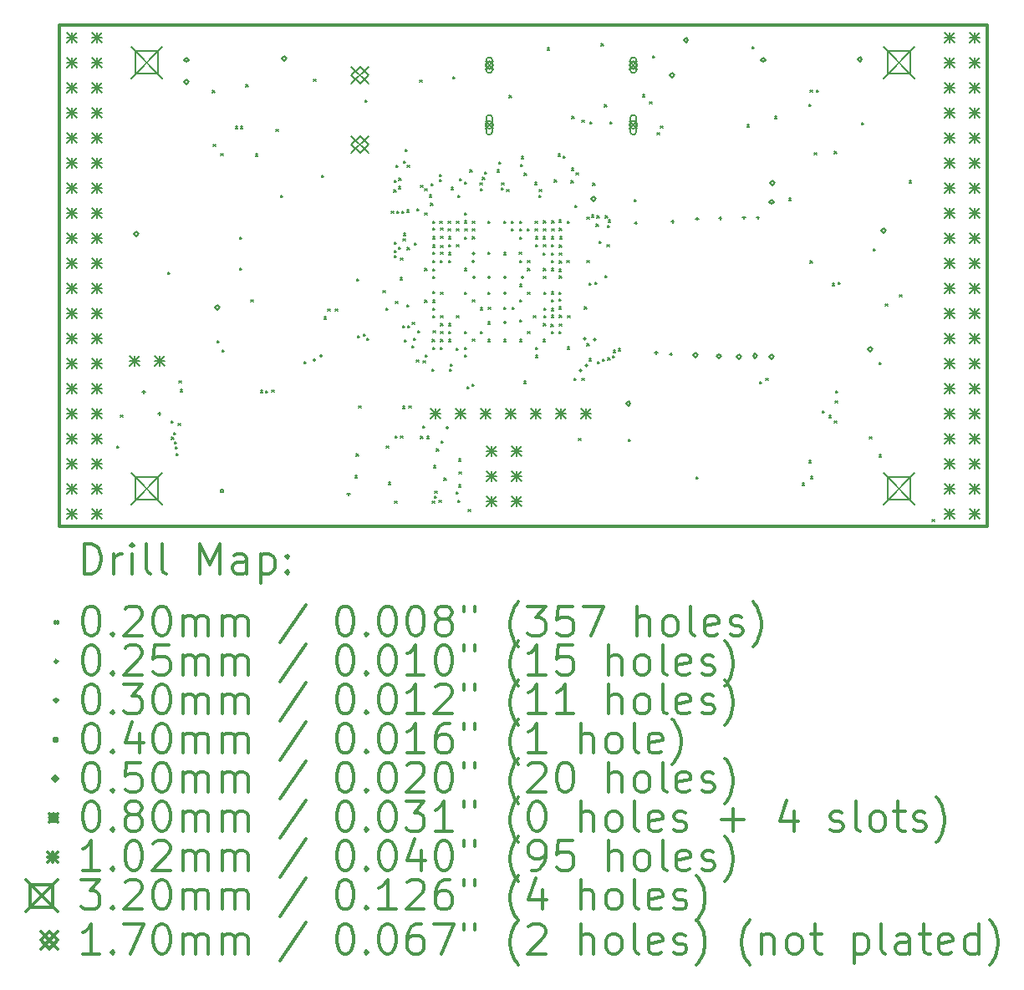
<source format=gbr>
%FSLAX45Y45*%
G04 Gerber Fmt 4.5, Leading zero omitted, Abs format (unit mm)*
G04 Created by KiCad (PCBNEW 4.0.7+dfsg1-1) date Tue Jan  9 10:34:12 2018*
%MOMM*%
%LPD*%
G01*
G04 APERTURE LIST*
%ADD10C,0.127000*%
%ADD11C,0.300000*%
%ADD12C,0.200000*%
G04 APERTURE END LIST*
D10*
D11*
X9410000Y-6142000D02*
X9410000Y-11222000D01*
X18808000Y-6142000D02*
X9410000Y-6142000D01*
X18808000Y-11222000D02*
X18808000Y-6142000D01*
X9410000Y-11222000D02*
X18808000Y-11222000D01*
D12*
X9998000Y-10410000D02*
X10018000Y-10430000D01*
X10018000Y-10410000D02*
X9998000Y-10430000D01*
X10035000Y-10094400D02*
X10055000Y-10114400D01*
X10055000Y-10094400D02*
X10035000Y-10114400D01*
X10514501Y-8649556D02*
X10534501Y-8669556D01*
X10534501Y-8649556D02*
X10514501Y-8669556D01*
X10547276Y-10156132D02*
X10567276Y-10176132D01*
X10567276Y-10156132D02*
X10547276Y-10176132D01*
X10552725Y-10321224D02*
X10572725Y-10341224D01*
X10572725Y-10321224D02*
X10552725Y-10341224D01*
X10571376Y-10271934D02*
X10591376Y-10291934D01*
X10591376Y-10271934D02*
X10571376Y-10291934D01*
X10579560Y-10366582D02*
X10599560Y-10386582D01*
X10599560Y-10366582D02*
X10579560Y-10386582D01*
X10589272Y-10418380D02*
X10609272Y-10438380D01*
X10609272Y-10418380D02*
X10589272Y-10438380D01*
X10598875Y-10487404D02*
X10618875Y-10507404D01*
X10618875Y-10487404D02*
X10598875Y-10507404D01*
X10617613Y-10179347D02*
X10637613Y-10199347D01*
X10637613Y-10179347D02*
X10617613Y-10199347D01*
X10626851Y-9749810D02*
X10646851Y-9769810D01*
X10646851Y-9749810D02*
X10626851Y-9769810D01*
X10637720Y-9838777D02*
X10657720Y-9858777D01*
X10657720Y-9838777D02*
X10637720Y-9858777D01*
X10966038Y-6807790D02*
X10986038Y-6827790D01*
X10986038Y-6807790D02*
X10966038Y-6827790D01*
X10974000Y-7352000D02*
X10994000Y-7372000D01*
X10994000Y-7352000D02*
X10974000Y-7372000D01*
X11014904Y-9343377D02*
X11034904Y-9363377D01*
X11034904Y-9343377D02*
X11014904Y-9363377D01*
X11049908Y-7448938D02*
X11069908Y-7468938D01*
X11069908Y-7448938D02*
X11049908Y-7468938D01*
X11061873Y-9435178D02*
X11081873Y-9455178D01*
X11081873Y-9435178D02*
X11061873Y-9455178D01*
X11197485Y-7171053D02*
X11217485Y-7191053D01*
X11217485Y-7171053D02*
X11197485Y-7191053D01*
X11241500Y-8291000D02*
X11261500Y-8311000D01*
X11261500Y-8291000D02*
X11241500Y-8311000D01*
X11241500Y-8608500D02*
X11261500Y-8628500D01*
X11261500Y-8608500D02*
X11241500Y-8628500D01*
X11251427Y-7170353D02*
X11271427Y-7190353D01*
X11271427Y-7170353D02*
X11251427Y-7190353D01*
X11305725Y-6746706D02*
X11325725Y-6766706D01*
X11325725Y-6746706D02*
X11305725Y-6766706D01*
X11355800Y-8926000D02*
X11375800Y-8946000D01*
X11375800Y-8926000D02*
X11355800Y-8946000D01*
X11400408Y-7451220D02*
X11420408Y-7471220D01*
X11420408Y-7451220D02*
X11400408Y-7471220D01*
X11450432Y-9847368D02*
X11470432Y-9867368D01*
X11470432Y-9847368D02*
X11450432Y-9867368D01*
X11506503Y-9849805D02*
X11526503Y-9869805D01*
X11526503Y-9849805D02*
X11506503Y-9869805D01*
X11565982Y-9840204D02*
X11585982Y-9860204D01*
X11585982Y-9840204D02*
X11565982Y-9860204D01*
X11609800Y-7198800D02*
X11629800Y-7218800D01*
X11629800Y-7198800D02*
X11609800Y-7218800D01*
X11655434Y-7867799D02*
X11675434Y-7887799D01*
X11675434Y-7867799D02*
X11655434Y-7887799D01*
X11890851Y-9556294D02*
X11910851Y-9576294D01*
X11910851Y-9556294D02*
X11890851Y-9576294D01*
X11990800Y-6690800D02*
X12010800Y-6710800D01*
X12010800Y-6690800D02*
X11990800Y-6710800D01*
X12073455Y-7667909D02*
X12093455Y-7687909D01*
X12093455Y-7667909D02*
X12073455Y-7687909D01*
X12094120Y-9102507D02*
X12114120Y-9122507D01*
X12114120Y-9102507D02*
X12094120Y-9122507D01*
X12133122Y-9021159D02*
X12153122Y-9041159D01*
X12153122Y-9021159D02*
X12133122Y-9041159D01*
X12210705Y-9019931D02*
X12230705Y-9039931D01*
X12230705Y-9019931D02*
X12210705Y-9039931D01*
X12410242Y-10710764D02*
X12430242Y-10730764D01*
X12430242Y-10710764D02*
X12410242Y-10730764D01*
X12422216Y-10490236D02*
X12442216Y-10510236D01*
X12442216Y-10490236D02*
X12422216Y-10510236D01*
X12426118Y-8717437D02*
X12446118Y-8737437D01*
X12446118Y-8717437D02*
X12426118Y-8737437D01*
X12426118Y-8717437D02*
X12446118Y-8737437D01*
X12446118Y-8717437D02*
X12426118Y-8737437D01*
X12435300Y-9294300D02*
X12455300Y-9314300D01*
X12455300Y-9294300D02*
X12435300Y-9314300D01*
X12448000Y-10005500D02*
X12468000Y-10025500D01*
X12468000Y-10005500D02*
X12448000Y-10025500D01*
X12493947Y-9273441D02*
X12513947Y-9293441D01*
X12513947Y-9273441D02*
X12493947Y-9293441D01*
X12509354Y-6905685D02*
X12529354Y-6925685D01*
X12529354Y-6905685D02*
X12509354Y-6925685D01*
X12525648Y-9315540D02*
X12545648Y-9335540D01*
X12545648Y-9315540D02*
X12525648Y-9335540D01*
X12694005Y-8832641D02*
X12714005Y-8852641D01*
X12714005Y-8832641D02*
X12694005Y-8852641D01*
X12720827Y-9012146D02*
X12740827Y-9032146D01*
X12740827Y-9012146D02*
X12720827Y-9032146D01*
X12728568Y-10410367D02*
X12748568Y-10430367D01*
X12748568Y-10410367D02*
X12728568Y-10430367D01*
X12748660Y-10777504D02*
X12768660Y-10797504D01*
X12768660Y-10777504D02*
X12748660Y-10797504D01*
X12778962Y-8030743D02*
X12798962Y-8050743D01*
X12798962Y-8030743D02*
X12778962Y-8050743D01*
X12802557Y-7813365D02*
X12822557Y-7833365D01*
X12822557Y-7813365D02*
X12802557Y-7833365D01*
X12805201Y-7715784D02*
X12825201Y-7735784D01*
X12825201Y-7715784D02*
X12805201Y-7735784D01*
X12806546Y-8342876D02*
X12826546Y-8362876D01*
X12826546Y-8342876D02*
X12806546Y-8362876D01*
X12808326Y-8427917D02*
X12828326Y-8447917D01*
X12828326Y-8427917D02*
X12808326Y-8447917D01*
X12810326Y-8480580D02*
X12830326Y-8500580D01*
X12830326Y-8480580D02*
X12810326Y-8500580D01*
X12811634Y-10966034D02*
X12831634Y-10986034D01*
X12831634Y-10966034D02*
X12811634Y-10986034D01*
X12818000Y-10310000D02*
X12838000Y-10330000D01*
X12838000Y-10310000D02*
X12818000Y-10330000D01*
X12821209Y-8945692D02*
X12841209Y-8965692D01*
X12841209Y-8945692D02*
X12821209Y-8965692D01*
X12823318Y-7566981D02*
X12843318Y-7586981D01*
X12843318Y-7566981D02*
X12823318Y-7586981D01*
X12831658Y-8029985D02*
X12851658Y-8049985D01*
X12851658Y-8029985D02*
X12831658Y-8049985D01*
X12849054Y-7779404D02*
X12869054Y-7799404D01*
X12869054Y-7779404D02*
X12849054Y-7799404D01*
X12851148Y-8397198D02*
X12871148Y-8417198D01*
X12871148Y-8397198D02*
X12851148Y-8417198D01*
X12854493Y-7695003D02*
X12874493Y-7715003D01*
X12874493Y-7695003D02*
X12854493Y-7715003D01*
X12867665Y-8702786D02*
X12887665Y-8722786D01*
X12887665Y-8702786D02*
X12867665Y-8722786D01*
X12870682Y-10308590D02*
X12890682Y-10328590D01*
X12890682Y-10308590D02*
X12870682Y-10328590D01*
X12872311Y-8505356D02*
X12892311Y-8525356D01*
X12892311Y-8505356D02*
X12872311Y-8525356D01*
X12884359Y-8029973D02*
X12904359Y-8049973D01*
X12904359Y-8029973D02*
X12884359Y-8049973D01*
X12890520Y-10007480D02*
X12910520Y-10027480D01*
X12910520Y-10007480D02*
X12890520Y-10027480D01*
X12890672Y-9188599D02*
X12910672Y-9208599D01*
X12910672Y-9188599D02*
X12890672Y-9208599D01*
X12895438Y-8307924D02*
X12915438Y-8327924D01*
X12915438Y-8307924D02*
X12895438Y-8327924D01*
X12900909Y-8255507D02*
X12920909Y-8275507D01*
X12920909Y-8255507D02*
X12900909Y-8275507D01*
X12902508Y-7521580D02*
X12922508Y-7541580D01*
X12922508Y-7521580D02*
X12902508Y-7541580D01*
X12908218Y-9334105D02*
X12928218Y-9354105D01*
X12928218Y-9334105D02*
X12908218Y-9354105D01*
X12915222Y-7404246D02*
X12935222Y-7424246D01*
X12935222Y-7404246D02*
X12915222Y-7424246D01*
X12934924Y-8977393D02*
X12954924Y-8997393D01*
X12954924Y-8977393D02*
X12934924Y-8997393D01*
X12935799Y-8018511D02*
X12955799Y-8038511D01*
X12955799Y-8018511D02*
X12935799Y-8038511D01*
X12938767Y-8397993D02*
X12958767Y-8417993D01*
X12958767Y-8397993D02*
X12938767Y-8417993D01*
X12939334Y-7563781D02*
X12959334Y-7583781D01*
X12959334Y-7563781D02*
X12939334Y-7583781D01*
X12943373Y-9188599D02*
X12963373Y-9208599D01*
X12963373Y-9188599D02*
X12943373Y-9208599D01*
X12956000Y-10005500D02*
X12976000Y-10025500D01*
X12976000Y-10005500D02*
X12956000Y-10025500D01*
X12987831Y-9391914D02*
X13007831Y-9411914D01*
X13007831Y-9391914D02*
X12987831Y-9411914D01*
X12988324Y-9156898D02*
X13008324Y-9176898D01*
X13008324Y-9156898D02*
X12988324Y-9176898D01*
X13003525Y-9318871D02*
X13023525Y-9338871D01*
X13023525Y-9318871D02*
X13003525Y-9338871D01*
X13010463Y-8349948D02*
X13030463Y-8369948D01*
X13030463Y-8349948D02*
X13010463Y-8369948D01*
X13032200Y-9535600D02*
X13052200Y-9555600D01*
X13052200Y-9535600D02*
X13032200Y-9555600D01*
X13038990Y-8006723D02*
X13058990Y-8026723D01*
X13058990Y-8006723D02*
X13038990Y-8026723D01*
X13046657Y-9241208D02*
X13066657Y-9261208D01*
X13066657Y-9241208D02*
X13046657Y-9261208D01*
X13066199Y-6701962D02*
X13086199Y-6721962D01*
X13086199Y-6701962D02*
X13066199Y-6721962D01*
X13073949Y-10310829D02*
X13093949Y-10330829D01*
X13093949Y-10310829D02*
X13073949Y-10330829D01*
X13075683Y-7768682D02*
X13095683Y-7788682D01*
X13095683Y-7768682D02*
X13075683Y-7788682D01*
X13093907Y-10208700D02*
X13113907Y-10228700D01*
X13113907Y-10208700D02*
X13093907Y-10228700D01*
X13098471Y-9546418D02*
X13118471Y-9566418D01*
X13118471Y-9546418D02*
X13098471Y-9566418D01*
X13115313Y-7803422D02*
X13135313Y-7823422D01*
X13135313Y-7803422D02*
X13115313Y-7823422D01*
X13117530Y-8049575D02*
X13137530Y-8069575D01*
X13137530Y-8049575D02*
X13117530Y-8069575D01*
X13117831Y-8611310D02*
X13137831Y-8631310D01*
X13137831Y-8611310D02*
X13117831Y-8631310D01*
X13117950Y-8930733D02*
X13137950Y-8950733D01*
X13137950Y-8930733D02*
X13117950Y-8950733D01*
X13121616Y-9485914D02*
X13141616Y-9505914D01*
X13141616Y-9485914D02*
X13121616Y-9505914D01*
X13135385Y-10310829D02*
X13155385Y-10330829D01*
X13155385Y-10310829D02*
X13135385Y-10330829D01*
X13160933Y-7864587D02*
X13180933Y-7884587D01*
X13180933Y-7864587D02*
X13160933Y-7884587D01*
X13174731Y-7948989D02*
X13194731Y-7968989D01*
X13194731Y-7948989D02*
X13174731Y-7968989D01*
X13182329Y-7748485D02*
X13202329Y-7768485D01*
X13202329Y-7748485D02*
X13182329Y-7768485D01*
X13188633Y-9630479D02*
X13208633Y-9650479D01*
X13208633Y-9630479D02*
X13188633Y-9650479D01*
X13192441Y-10966678D02*
X13212441Y-10986678D01*
X13212441Y-10966678D02*
X13192441Y-10986678D01*
X13193199Y-9330000D02*
X13213199Y-9350000D01*
X13213199Y-9330000D02*
X13193199Y-9350000D01*
X13196210Y-8443398D02*
X13216210Y-8463398D01*
X13216210Y-8443398D02*
X13196210Y-8463398D01*
X13197298Y-8527799D02*
X13217298Y-8547799D01*
X13217298Y-8527799D02*
X13197298Y-8547799D01*
X13197562Y-8931064D02*
X13217562Y-8951064D01*
X13217562Y-8931064D02*
X13197562Y-8951064D01*
X13197765Y-9087799D02*
X13217765Y-9107799D01*
X13217765Y-9087799D02*
X13197765Y-9107799D01*
X13197902Y-8288404D02*
X13217902Y-8308404D01*
X13217902Y-8288404D02*
X13197902Y-8308404D01*
X13198000Y-8130000D02*
X13218000Y-8150000D01*
X13218000Y-8130000D02*
X13198000Y-8150000D01*
X13198000Y-8690000D02*
X13218000Y-8710000D01*
X13218000Y-8690000D02*
X13198000Y-8710000D01*
X13198000Y-9410000D02*
X13218000Y-9430000D01*
X13218000Y-9410000D02*
X13198000Y-9430000D01*
X13198001Y-8200333D02*
X13218001Y-8220333D01*
X13218001Y-8200333D02*
X13198001Y-8220333D01*
X13198296Y-9011078D02*
X13218296Y-9031078D01*
X13218296Y-9011078D02*
X13198296Y-9031078D01*
X13198303Y-8616041D02*
X13218303Y-8636041D01*
X13218303Y-8616041D02*
X13198303Y-8636041D01*
X13198368Y-8372806D02*
X13218368Y-8392806D01*
X13218368Y-8372806D02*
X13198368Y-8392806D01*
X13198405Y-8845827D02*
X13218405Y-8865827D01*
X13218405Y-8845827D02*
X13198405Y-8865827D01*
X13201075Y-9242748D02*
X13221075Y-9262748D01*
X13221075Y-9242748D02*
X13201075Y-9262748D01*
X13206286Y-10608587D02*
X13226286Y-10628587D01*
X13226286Y-10608587D02*
X13206286Y-10628587D01*
X13211973Y-10917729D02*
X13231973Y-10937729D01*
X13231973Y-10917729D02*
X13211973Y-10937729D01*
X13218587Y-10865445D02*
X13238587Y-10885445D01*
X13238587Y-10865445D02*
X13218587Y-10885445D01*
X13236800Y-10440341D02*
X13256800Y-10460341D01*
X13256800Y-10440341D02*
X13236800Y-10460341D01*
X13260800Y-10958000D02*
X13280800Y-10978000D01*
X13280800Y-10958000D02*
X13260800Y-10978000D01*
X13263724Y-7657621D02*
X13283724Y-7677621D01*
X13283724Y-7657621D02*
X13263724Y-7677621D01*
X13266117Y-7710267D02*
X13286117Y-7730267D01*
X13286117Y-7710267D02*
X13266117Y-7730267D01*
X13268334Y-8130000D02*
X13288334Y-8150000D01*
X13288334Y-8130000D02*
X13268334Y-8150000D01*
X13273464Y-8527799D02*
X13293464Y-8547799D01*
X13293464Y-8527799D02*
X13273464Y-8547799D01*
X13274623Y-9409707D02*
X13294623Y-9429707D01*
X13294623Y-9409707D02*
X13274623Y-9429707D01*
X13276300Y-8202454D02*
X13296300Y-8222454D01*
X13296300Y-8202454D02*
X13276300Y-8222454D01*
X13277177Y-8443398D02*
X13297177Y-8463398D01*
X13297177Y-8443398D02*
X13277177Y-8463398D01*
X13277261Y-8286855D02*
X13297261Y-8306855D01*
X13297261Y-8286855D02*
X13277261Y-8306855D01*
X13278000Y-8850000D02*
X13298000Y-8870000D01*
X13298000Y-8850000D02*
X13278000Y-8870000D01*
X13278000Y-9090000D02*
X13298000Y-9110000D01*
X13298000Y-9090000D02*
X13278000Y-9110000D01*
X13278000Y-9170000D02*
X13298000Y-9190000D01*
X13298000Y-9170000D02*
X13278000Y-9190000D01*
X13278000Y-9250000D02*
X13298000Y-9270000D01*
X13298000Y-9250000D02*
X13278000Y-9270000D01*
X13278000Y-9330000D02*
X13298000Y-9350000D01*
X13298000Y-9330000D02*
X13278000Y-9350000D01*
X13278089Y-8379783D02*
X13298089Y-8399784D01*
X13298089Y-8379783D02*
X13278089Y-8399784D01*
X13283696Y-10361100D02*
X13303696Y-10381100D01*
X13303696Y-10361100D02*
X13283696Y-10381100D01*
X13311600Y-10736500D02*
X13331600Y-10756500D01*
X13331600Y-10736500D02*
X13311600Y-10756500D01*
X13352736Y-8131468D02*
X13372736Y-8151468D01*
X13372736Y-8131468D02*
X13352736Y-8151468D01*
X13354839Y-8209060D02*
X13374839Y-8229060D01*
X13374839Y-8209060D02*
X13354839Y-8229060D01*
X13357194Y-8449520D02*
X13377194Y-8469520D01*
X13377194Y-8449520D02*
X13357194Y-8469520D01*
X13358000Y-8290000D02*
X13378000Y-8310000D01*
X13378000Y-8290000D02*
X13358000Y-8310000D01*
X13358000Y-8370000D02*
X13378000Y-8390000D01*
X13378000Y-8370000D02*
X13358000Y-8390000D01*
X13358000Y-8530000D02*
X13378000Y-8550000D01*
X13378000Y-8530000D02*
X13358000Y-8550000D01*
X13358000Y-9170000D02*
X13378000Y-9190000D01*
X13378000Y-9170000D02*
X13358000Y-9190000D01*
X13358000Y-9250000D02*
X13378000Y-9270000D01*
X13378000Y-9250000D02*
X13358000Y-9270000D01*
X13358548Y-9330230D02*
X13378548Y-9350230D01*
X13378548Y-9330230D02*
X13358548Y-9350230D01*
X13366285Y-9629515D02*
X13386285Y-9649515D01*
X13386285Y-9629515D02*
X13366285Y-9649515D01*
X13375239Y-9577580D02*
X13395239Y-9597580D01*
X13395239Y-9577580D02*
X13375239Y-9597580D01*
X13384238Y-7788077D02*
X13404238Y-7808077D01*
X13404238Y-7788077D02*
X13384238Y-7808077D01*
X13397916Y-6668615D02*
X13417916Y-6688615D01*
X13417916Y-6668615D02*
X13397916Y-6688615D01*
X13435582Y-9416717D02*
X13455582Y-9436717D01*
X13455582Y-9416717D02*
X13435582Y-9436717D01*
X13436400Y-10874197D02*
X13456400Y-10894197D01*
X13456400Y-10874197D02*
X13436400Y-10894197D01*
X13437137Y-8130675D02*
X13457137Y-8150675D01*
X13457137Y-8130675D02*
X13437137Y-8150675D01*
X13437651Y-8208015D02*
X13457651Y-8228015D01*
X13457651Y-8208015D02*
X13437651Y-8228015D01*
X13438000Y-8370000D02*
X13458000Y-8390000D01*
X13458000Y-8370000D02*
X13438000Y-8390000D01*
X13438000Y-9090000D02*
X13458000Y-9110000D01*
X13458000Y-9090000D02*
X13438000Y-9110000D01*
X13451300Y-7871900D02*
X13471300Y-7891900D01*
X13471300Y-7871900D02*
X13451300Y-7891900D01*
X13453687Y-10961995D02*
X13473687Y-10981995D01*
X13473687Y-10961995D02*
X13453687Y-10981995D01*
X13457587Y-10803159D02*
X13477587Y-10823159D01*
X13477587Y-10803159D02*
X13457587Y-10823159D01*
X13460735Y-10540845D02*
X13480735Y-10560845D01*
X13480735Y-10540845D02*
X13460735Y-10560845D01*
X13465065Y-10671051D02*
X13485065Y-10691051D01*
X13485065Y-10671051D02*
X13465065Y-10691051D01*
X13465805Y-7703014D02*
X13485805Y-7723014D01*
X13485805Y-7703014D02*
X13465805Y-7723014D01*
X13517331Y-8851860D02*
X13537331Y-8871860D01*
X13537331Y-8851860D02*
X13517331Y-8871860D01*
X13518000Y-8292201D02*
X13538000Y-8312201D01*
X13538000Y-8292201D02*
X13518000Y-8312201D01*
X13518000Y-8610000D02*
X13538000Y-8630000D01*
X13538000Y-8610000D02*
X13518000Y-8630000D01*
X13518000Y-9250000D02*
X13538000Y-9270000D01*
X13538000Y-9250000D02*
X13518000Y-9270000D01*
X13518006Y-7736330D02*
X13538006Y-7756330D01*
X13538006Y-7736330D02*
X13518006Y-7756330D01*
X13518128Y-8048312D02*
X13538128Y-8068312D01*
X13538128Y-8048312D02*
X13518128Y-8068312D01*
X13518463Y-9488530D02*
X13538463Y-9508530D01*
X13538463Y-9488530D02*
X13518463Y-9508530D01*
X13518862Y-9412562D02*
X13538862Y-9432562D01*
X13538862Y-9412562D02*
X13518862Y-9432562D01*
X13521538Y-8129192D02*
X13541538Y-8149192D01*
X13541538Y-8129192D02*
X13521538Y-8149192D01*
X13522052Y-8209644D02*
X13542052Y-8229644D01*
X13542052Y-8209644D02*
X13522052Y-8229644D01*
X13541702Y-9806717D02*
X13561702Y-9826717D01*
X13561702Y-9806717D02*
X13541702Y-9826717D01*
X13555656Y-11051071D02*
X13575656Y-11071071D01*
X13575656Y-11051071D02*
X13555656Y-11071071D01*
X13573070Y-7610061D02*
X13593070Y-7630061D01*
X13593070Y-7610061D02*
X13573070Y-7630061D01*
X13592822Y-9782273D02*
X13612822Y-9802273D01*
X13612822Y-9782273D02*
X13592822Y-9802273D01*
X13598000Y-8210000D02*
X13618000Y-8230000D01*
X13618000Y-8210000D02*
X13598000Y-8230000D01*
X13598000Y-8290000D02*
X13618000Y-8310000D01*
X13618000Y-8290000D02*
X13598000Y-8310000D01*
X13598517Y-8929483D02*
X13618517Y-8949483D01*
X13618517Y-8929483D02*
X13598517Y-8949483D01*
X13599596Y-9326965D02*
X13619596Y-9346965D01*
X13619596Y-9326965D02*
X13599596Y-9346965D01*
X13599639Y-8129507D02*
X13619639Y-8149507D01*
X13619639Y-8129507D02*
X13599639Y-8149507D01*
X13675954Y-7745082D02*
X13695954Y-7765082D01*
X13695954Y-7745082D02*
X13675954Y-7765082D01*
X13678000Y-9250000D02*
X13698000Y-9270000D01*
X13698000Y-9250000D02*
X13678000Y-9270000D01*
X13678517Y-9009483D02*
X13698517Y-9029483D01*
X13698517Y-9009483D02*
X13678517Y-9029483D01*
X13682206Y-7799789D02*
X13702206Y-7819789D01*
X13702206Y-7799789D02*
X13682206Y-7819789D01*
X13700695Y-7687992D02*
X13720695Y-7707992D01*
X13720695Y-7687992D02*
X13700695Y-7707992D01*
X13720873Y-7631502D02*
X13740873Y-7651502D01*
X13740873Y-7631502D02*
X13720873Y-7651502D01*
X13755905Y-9153803D02*
X13775905Y-9173803D01*
X13775905Y-9153803D02*
X13755905Y-9173803D01*
X13758000Y-8130000D02*
X13778000Y-8150000D01*
X13778000Y-8130000D02*
X13758000Y-8150000D01*
X13758000Y-8850000D02*
X13778000Y-8870000D01*
X13778000Y-8850000D02*
X13758000Y-8870000D01*
X13758000Y-9330000D02*
X13778000Y-9350000D01*
X13778000Y-9330000D02*
X13758000Y-9350000D01*
X13758056Y-8443409D02*
X13778056Y-8463409D01*
X13778056Y-8443409D02*
X13758056Y-8463409D01*
X13758900Y-9002299D02*
X13778900Y-9022299D01*
X13778900Y-9002299D02*
X13758900Y-9022299D01*
X13848000Y-7610000D02*
X13868000Y-7630000D01*
X13868000Y-7610000D02*
X13848000Y-7630000D01*
X13867920Y-7530076D02*
X13887920Y-7550076D01*
X13887920Y-7530076D02*
X13867920Y-7550076D01*
X13893411Y-7794095D02*
X13913411Y-7814095D01*
X13913411Y-7794095D02*
X13893411Y-7814095D01*
X13894675Y-7741409D02*
X13914675Y-7761409D01*
X13914675Y-7741409D02*
X13894675Y-7761409D01*
X13917252Y-8451135D02*
X13937252Y-8471135D01*
X13937252Y-8451135D02*
X13917252Y-8471135D01*
X13918000Y-8130000D02*
X13938000Y-8150000D01*
X13938000Y-8130000D02*
X13918000Y-8150000D01*
X13918000Y-9002299D02*
X13938000Y-9022299D01*
X13938000Y-9002299D02*
X13918000Y-9022299D01*
X13918000Y-9330000D02*
X13938000Y-9350000D01*
X13938000Y-9330000D02*
X13918000Y-9350000D01*
X13947862Y-7810586D02*
X13967862Y-7830586D01*
X13967862Y-7810586D02*
X13947862Y-7830586D01*
X13972000Y-6856567D02*
X13992000Y-6876567D01*
X13992000Y-6856567D02*
X13972000Y-6876567D01*
X13993095Y-8210000D02*
X14013095Y-8230000D01*
X14013095Y-8210000D02*
X13993095Y-8230000D01*
X13993599Y-8130000D02*
X14013599Y-8150000D01*
X14013599Y-8130000D02*
X13993599Y-8150000D01*
X13999489Y-9002299D02*
X14019489Y-9022299D01*
X14019489Y-9002299D02*
X13999489Y-9022299D01*
X14073600Y-8443400D02*
X14093600Y-8463400D01*
X14093600Y-8443400D02*
X14073600Y-8463400D01*
X14076403Y-8294140D02*
X14096403Y-8314140D01*
X14096403Y-8294140D02*
X14076403Y-8314140D01*
X14077419Y-9133335D02*
X14097419Y-9153335D01*
X14097419Y-9133335D02*
X14077419Y-9153335D01*
X14077497Y-8207716D02*
X14097497Y-8227716D01*
X14097497Y-8207716D02*
X14077497Y-8227716D01*
X14078000Y-8130000D02*
X14098000Y-8150000D01*
X14098000Y-8130000D02*
X14078000Y-8150000D01*
X14078000Y-8530000D02*
X14098000Y-8550000D01*
X14098000Y-8530000D02*
X14078000Y-8550000D01*
X14078000Y-8770000D02*
X14098000Y-8790000D01*
X14098000Y-8770000D02*
X14078000Y-8790000D01*
X14078000Y-8930000D02*
X14098000Y-8950000D01*
X14098000Y-8930000D02*
X14078000Y-8950000D01*
X14078000Y-9330000D02*
X14098000Y-9350000D01*
X14098000Y-9330000D02*
X14078000Y-9350000D01*
X14088006Y-7558194D02*
X14108006Y-7578194D01*
X14108006Y-7558194D02*
X14088006Y-7578194D01*
X14094664Y-7477380D02*
X14114664Y-7497380D01*
X14114664Y-7477380D02*
X14094664Y-7497380D01*
X14118066Y-9754201D02*
X14138066Y-9774201D01*
X14138066Y-9754201D02*
X14118066Y-9774201D01*
X14124297Y-7645500D02*
X14144297Y-7665500D01*
X14144297Y-7645500D02*
X14124297Y-7665500D01*
X14156269Y-8210778D02*
X14176269Y-8230778D01*
X14176269Y-8210778D02*
X14156269Y-8230778D01*
X14158000Y-8530000D02*
X14178000Y-8550000D01*
X14178000Y-8530000D02*
X14158000Y-8550000D01*
X14158000Y-8610000D02*
X14178000Y-8630000D01*
X14178000Y-8610000D02*
X14158000Y-8630000D01*
X14158000Y-8850000D02*
X14178000Y-8870000D01*
X14178000Y-8850000D02*
X14158000Y-8870000D01*
X14158000Y-9250000D02*
X14178000Y-9270000D01*
X14178000Y-9250000D02*
X14158000Y-9270000D01*
X14217799Y-9090000D02*
X14237799Y-9110000D01*
X14237799Y-9090000D02*
X14217799Y-9110000D01*
X14227745Y-7739745D02*
X14247745Y-7759745D01*
X14247745Y-7739745D02*
X14227745Y-7759745D01*
X14233746Y-8208147D02*
X14253746Y-8228147D01*
X14253746Y-8208147D02*
X14233746Y-8228147D01*
X14235691Y-8130580D02*
X14255691Y-8150580D01*
X14255691Y-8130580D02*
X14235691Y-8150580D01*
X14237355Y-8289891D02*
X14257355Y-8309891D01*
X14257355Y-8289891D02*
X14237355Y-8309891D01*
X14238000Y-8370000D02*
X14258000Y-8390000D01*
X14258000Y-8370000D02*
X14238000Y-8390000D01*
X14238000Y-9410000D02*
X14258000Y-9430000D01*
X14258000Y-9410000D02*
X14238000Y-9430000D01*
X14238000Y-9490000D02*
X14258000Y-9510000D01*
X14258000Y-9490000D02*
X14238000Y-9510000D01*
X14274121Y-7868425D02*
X14294121Y-7888425D01*
X14294121Y-7868425D02*
X14274121Y-7888425D01*
X14276427Y-7811737D02*
X14296427Y-7831737D01*
X14296427Y-7811737D02*
X14276427Y-7831737D01*
X14315799Y-8290000D02*
X14335799Y-8310000D01*
X14335799Y-8290000D02*
X14315799Y-8310000D01*
X14316000Y-8452000D02*
X14336000Y-8472000D01*
X14336000Y-8452000D02*
X14316000Y-8472000D01*
X14316969Y-9331491D02*
X14336969Y-9351491D01*
X14336969Y-9331491D02*
X14316969Y-9351491D01*
X14318000Y-8370000D02*
X14338000Y-8390000D01*
X14338000Y-8370000D02*
X14318000Y-8390000D01*
X14318000Y-8690000D02*
X14338000Y-8710000D01*
X14338000Y-8690000D02*
X14318000Y-8710000D01*
X14318000Y-9170000D02*
X14338000Y-9190000D01*
X14338000Y-9170000D02*
X14318000Y-9190000D01*
X14318147Y-8210607D02*
X14338147Y-8230607D01*
X14338147Y-8210607D02*
X14318147Y-8230607D01*
X14320000Y-8612000D02*
X14340000Y-8632000D01*
X14340000Y-8612000D02*
X14320000Y-8632000D01*
X14320092Y-8127729D02*
X14340092Y-8147729D01*
X14340092Y-8127729D02*
X14320092Y-8147729D01*
X14322201Y-8849503D02*
X14342201Y-8869503D01*
X14342201Y-8849503D02*
X14322201Y-8869503D01*
X14322201Y-9010195D02*
X14342201Y-9030195D01*
X14342201Y-9010195D02*
X14322201Y-9030195D01*
X14322201Y-9090066D02*
X14342201Y-9110066D01*
X14342201Y-9090066D02*
X14322201Y-9110066D01*
X14355067Y-6376252D02*
X14375067Y-6396252D01*
X14375067Y-6376252D02*
X14355067Y-6396252D01*
X14396483Y-9177765D02*
X14416483Y-9197765D01*
X14416483Y-9177765D02*
X14396483Y-9197765D01*
X14397624Y-8929530D02*
X14417624Y-8949530D01*
X14417624Y-8929530D02*
X14397624Y-8949530D01*
X14397701Y-9016697D02*
X14417701Y-9036697D01*
X14417701Y-9016697D02*
X14397701Y-9036697D01*
X14398000Y-8610000D02*
X14418000Y-8630000D01*
X14418000Y-8610000D02*
X14398000Y-8630000D01*
X14398000Y-9085650D02*
X14418000Y-9105650D01*
X14418000Y-9085650D02*
X14398000Y-9105650D01*
X14398283Y-8848451D02*
X14418283Y-8868451D01*
X14418283Y-8848451D02*
X14398283Y-8868451D01*
X14400201Y-8290000D02*
X14420201Y-8310000D01*
X14420201Y-8290000D02*
X14400201Y-8310000D01*
X14400201Y-8529722D02*
X14420201Y-8549722D01*
X14420201Y-8529722D02*
X14400201Y-8549722D01*
X14400319Y-8367799D02*
X14420319Y-8387799D01*
X14420319Y-8367799D02*
X14400319Y-8387799D01*
X14400350Y-8456040D02*
X14420350Y-8476040D01*
X14420350Y-8456040D02*
X14400350Y-8476040D01*
X14401325Y-9248876D02*
X14421325Y-9268876D01*
X14421325Y-9248876D02*
X14401325Y-9268876D01*
X14402549Y-8208647D02*
X14422549Y-8228647D01*
X14422549Y-8208647D02*
X14402549Y-8228647D01*
X14404493Y-8128708D02*
X14424493Y-8148708D01*
X14424493Y-8128708D02*
X14404493Y-8148708D01*
X14429487Y-7711993D02*
X14449487Y-7731993D01*
X14449487Y-7711993D02*
X14429487Y-7731993D01*
X14468000Y-7449038D02*
X14488000Y-7469038D01*
X14488000Y-7449038D02*
X14468000Y-7469038D01*
X14475581Y-8916848D02*
X14495581Y-8936848D01*
X14495581Y-8916848D02*
X14475581Y-8936848D01*
X14476724Y-9001248D02*
X14496724Y-9021248D01*
X14496724Y-9001248D02*
X14476724Y-9021248D01*
X14477515Y-8619275D02*
X14497515Y-8639275D01*
X14497515Y-8619275D02*
X14477515Y-8639275D01*
X14477765Y-8852201D02*
X14497765Y-8872201D01*
X14497765Y-8852201D02*
X14477765Y-8872201D01*
X14478001Y-8120333D02*
X14498001Y-8140333D01*
X14498001Y-8120333D02*
X14478001Y-8140333D01*
X14478235Y-9247799D02*
X14498235Y-9267799D01*
X14498235Y-9247799D02*
X14478235Y-9267799D01*
X14478812Y-8204734D02*
X14498812Y-8224734D01*
X14498812Y-8204734D02*
X14478812Y-8224734D01*
X14478935Y-8534874D02*
X14498935Y-8554874D01*
X14498935Y-8534874D02*
X14478935Y-8554874D01*
X14479432Y-8687756D02*
X14499432Y-8707756D01*
X14499432Y-8687756D02*
X14479432Y-8707756D01*
X14479670Y-8373537D02*
X14499670Y-8393537D01*
X14499670Y-8373537D02*
X14479670Y-8393537D01*
X14480000Y-9172000D02*
X14500000Y-9192000D01*
X14500000Y-9172000D02*
X14480000Y-9192000D01*
X14480294Y-9085650D02*
X14500294Y-9105650D01*
X14500294Y-9085650D02*
X14480294Y-9105650D01*
X14481241Y-8453582D02*
X14501241Y-8473582D01*
X14501241Y-8453582D02*
X14481241Y-8473582D01*
X14481689Y-8289136D02*
X14501689Y-8309136D01*
X14501689Y-8289136D02*
X14481689Y-8309136D01*
X14515569Y-7471722D02*
X14535569Y-7491722D01*
X14535569Y-7471722D02*
X14515569Y-7491722D01*
X14557281Y-8529606D02*
X14577281Y-8549606D01*
X14577281Y-8529606D02*
X14557281Y-8549606D01*
X14558000Y-8130512D02*
X14578000Y-8150512D01*
X14578000Y-8130512D02*
X14558000Y-8150512D01*
X14559124Y-9406675D02*
X14579124Y-9426675D01*
X14579124Y-9406675D02*
X14559124Y-9426675D01*
X14565987Y-9091018D02*
X14585987Y-9111018D01*
X14585987Y-9091018D02*
X14565987Y-9111018D01*
X14598908Y-7720057D02*
X14618908Y-7740057D01*
X14618908Y-7720057D02*
X14598908Y-7740057D01*
X14603080Y-7596013D02*
X14623080Y-7616013D01*
X14623080Y-7596013D02*
X14603080Y-7616013D01*
X14608000Y-7070000D02*
X14628000Y-7090000D01*
X14628000Y-7070000D02*
X14608000Y-7090000D01*
X14629479Y-9723392D02*
X14649479Y-9743392D01*
X14649479Y-9723392D02*
X14629479Y-9743392D01*
X14638141Y-7971938D02*
X14658141Y-7991938D01*
X14658141Y-7971938D02*
X14638141Y-7991938D01*
X14647773Y-7640082D02*
X14667773Y-7660082D01*
X14667773Y-7640082D02*
X14647773Y-7660082D01*
X14674429Y-10335274D02*
X14694429Y-10355274D01*
X14694429Y-10335274D02*
X14674429Y-10355274D01*
X14707598Y-9723392D02*
X14727598Y-9743392D01*
X14727598Y-9723392D02*
X14707598Y-9743392D01*
X14708600Y-7110000D02*
X14728600Y-7130000D01*
X14728600Y-7110000D02*
X14708600Y-7130000D01*
X14733095Y-9001248D02*
X14753095Y-9021248D01*
X14753095Y-9001248D02*
X14733095Y-9021248D01*
X14758739Y-8527409D02*
X14778739Y-8547409D01*
X14778739Y-8527409D02*
X14758739Y-8547409D01*
X14758831Y-8088311D02*
X14778831Y-8108311D01*
X14778831Y-8088311D02*
X14758831Y-8108311D01*
X14760000Y-9372000D02*
X14780000Y-9392000D01*
X14780000Y-9372000D02*
X14760000Y-9392000D01*
X14781079Y-8758342D02*
X14801079Y-8778342D01*
X14801079Y-8758342D02*
X14781079Y-8778342D01*
X14782886Y-9523902D02*
X14802886Y-9543902D01*
X14802886Y-9523902D02*
X14782886Y-9543902D01*
X14788315Y-7124708D02*
X14808315Y-7144708D01*
X14808315Y-7124708D02*
X14788315Y-7144708D01*
X14807525Y-8068155D02*
X14827525Y-8088155D01*
X14827525Y-8068155D02*
X14807525Y-8088155D01*
X14817193Y-7745807D02*
X14837193Y-7765807D01*
X14837193Y-7745807D02*
X14817193Y-7765807D01*
X14838354Y-8750817D02*
X14858354Y-8770817D01*
X14858354Y-8750817D02*
X14838354Y-8770817D01*
X14851066Y-8160586D02*
X14871066Y-8180586D01*
X14871066Y-8160586D02*
X14851066Y-8180586D01*
X14859611Y-8076185D02*
X14879611Y-8096185D01*
X14879611Y-8076185D02*
X14859611Y-8096185D01*
X14864798Y-9556963D02*
X14884798Y-9576963D01*
X14884798Y-9556963D02*
X14864798Y-9576963D01*
X14882151Y-8334201D02*
X14902151Y-8354201D01*
X14902151Y-8334201D02*
X14882151Y-8354201D01*
X14903412Y-6332405D02*
X14923412Y-6352405D01*
X14923412Y-6332405D02*
X14903412Y-6352405D01*
X14918439Y-9527799D02*
X14938439Y-9547799D01*
X14938439Y-9527799D02*
X14918439Y-9547799D01*
X14937595Y-6951968D02*
X14957595Y-6971968D01*
X14957595Y-6951968D02*
X14937595Y-6971968D01*
X14943392Y-8680994D02*
X14963392Y-8700994D01*
X14963392Y-8680994D02*
X14943392Y-8700994D01*
X14944975Y-8076843D02*
X14964975Y-8096843D01*
X14964975Y-8076843D02*
X14944975Y-8096843D01*
X14963249Y-8370769D02*
X14983249Y-8390769D01*
X14983249Y-8370769D02*
X14963249Y-8390769D01*
X14967169Y-8172566D02*
X14987169Y-8192566D01*
X14987169Y-8172566D02*
X14967169Y-8192566D01*
X14969589Y-9515108D02*
X14989589Y-9535108D01*
X14989589Y-9515108D02*
X14969589Y-9535108D01*
X14974647Y-8120398D02*
X14994647Y-8140398D01*
X14994647Y-8120398D02*
X14974647Y-8140398D01*
X14993085Y-7123185D02*
X15013085Y-7143185D01*
X15013085Y-7123185D02*
X14993085Y-7143185D01*
X15017890Y-9494025D02*
X15037890Y-9514025D01*
X15037890Y-9494025D02*
X15017890Y-9514025D01*
X15024597Y-9441753D02*
X15044597Y-9461753D01*
X15044597Y-9441753D02*
X15024597Y-9461753D01*
X15078921Y-9423257D02*
X15098921Y-9443257D01*
X15098921Y-9423257D02*
X15078921Y-9443257D01*
X15179638Y-10341072D02*
X15199638Y-10361072D01*
X15199638Y-10341072D02*
X15179638Y-10361072D01*
X15239707Y-7909347D02*
X15259707Y-7929347D01*
X15259707Y-7909347D02*
X15239707Y-7929347D01*
X15319711Y-6850829D02*
X15339711Y-6870829D01*
X15339711Y-6850829D02*
X15319711Y-6870829D01*
X15395230Y-6920230D02*
X15415230Y-6940230D01*
X15415230Y-6920230D02*
X15395230Y-6940230D01*
X15422933Y-6454377D02*
X15442933Y-6474377D01*
X15442933Y-6454377D02*
X15422933Y-6474377D01*
X15469400Y-7232600D02*
X15489400Y-7252600D01*
X15489400Y-7232600D02*
X15469400Y-7252600D01*
X15504936Y-7166453D02*
X15524936Y-7186453D01*
X15524936Y-7166453D02*
X15504936Y-7186453D01*
X15861665Y-10722518D02*
X15881665Y-10742518D01*
X15881665Y-10722518D02*
X15861665Y-10742518D01*
X16380885Y-7155186D02*
X16400885Y-7175186D01*
X16400885Y-7155186D02*
X16380885Y-7175186D01*
X16433388Y-6363745D02*
X16453388Y-6383745D01*
X16453388Y-6363745D02*
X16433388Y-6383745D01*
X16507059Y-9756632D02*
X16527059Y-9776632D01*
X16527059Y-9756632D02*
X16507059Y-9776632D01*
X16570337Y-9724488D02*
X16590337Y-9744488D01*
X16590337Y-9724488D02*
X16570337Y-9744488D01*
X16657891Y-7070355D02*
X16677891Y-7090355D01*
X16677891Y-7070355D02*
X16657891Y-7090355D01*
X16806644Y-7900804D02*
X16826644Y-7920804D01*
X16826644Y-7900804D02*
X16806644Y-7920804D01*
X16940659Y-10785373D02*
X16960659Y-10805373D01*
X16960659Y-10785373D02*
X16940659Y-10805373D01*
X17005773Y-10556635D02*
X17025773Y-10576635D01*
X17025773Y-10556635D02*
X17005773Y-10576635D01*
X17008296Y-6947101D02*
X17028296Y-6967101D01*
X17028296Y-6947101D02*
X17008296Y-6967101D01*
X17020000Y-6805100D02*
X17040000Y-6825100D01*
X17040000Y-6805100D02*
X17020000Y-6825100D01*
X17020954Y-8534153D02*
X17040954Y-8554153D01*
X17040954Y-8534153D02*
X17020954Y-8554153D01*
X17026290Y-10718620D02*
X17046290Y-10738620D01*
X17046290Y-10718620D02*
X17026290Y-10738620D01*
X17063590Y-7436498D02*
X17083590Y-7456498D01*
X17083590Y-7436498D02*
X17063590Y-7456498D01*
X17085000Y-6802556D02*
X17105000Y-6822556D01*
X17105000Y-6802556D02*
X17085000Y-6822556D01*
X17144030Y-10054574D02*
X17164030Y-10074574D01*
X17164030Y-10054574D02*
X17144030Y-10074574D01*
X17209336Y-10100566D02*
X17229336Y-10120566D01*
X17229336Y-10100566D02*
X17209336Y-10120566D01*
X17246454Y-8762201D02*
X17266454Y-8782201D01*
X17266454Y-8762201D02*
X17246454Y-8782201D01*
X17264664Y-7424799D02*
X17284664Y-7444799D01*
X17284664Y-7424799D02*
X17264664Y-7444799D01*
X17266127Y-10155168D02*
X17286127Y-10175168D01*
X17286127Y-10155168D02*
X17266127Y-10175168D01*
X17273463Y-9949992D02*
X17293463Y-9969992D01*
X17293463Y-9949992D02*
X17273463Y-9969992D01*
X17277992Y-9851865D02*
X17297992Y-9871865D01*
X17297992Y-9851865D02*
X17277992Y-9871865D01*
X17303795Y-8749428D02*
X17323795Y-8769428D01*
X17323795Y-8749428D02*
X17303795Y-8769428D01*
X17539563Y-7135743D02*
X17559563Y-7155743D01*
X17559563Y-7135743D02*
X17539563Y-7155743D01*
X17620559Y-10317981D02*
X17640559Y-10337981D01*
X17640559Y-10317981D02*
X17620559Y-10337981D01*
X17660000Y-8412000D02*
X17680000Y-8432000D01*
X17680000Y-8412000D02*
X17660000Y-8432000D01*
X17717400Y-10497912D02*
X17737400Y-10517912D01*
X17737400Y-10497912D02*
X17717400Y-10517912D01*
X17718500Y-9561000D02*
X17738500Y-9581000D01*
X17738500Y-9561000D02*
X17718500Y-9581000D01*
X17782698Y-8971206D02*
X17802698Y-8991206D01*
X17802698Y-8971206D02*
X17782698Y-8991206D01*
X17925151Y-8876833D02*
X17945151Y-8896833D01*
X17945151Y-8876833D02*
X17925151Y-8896833D01*
X18024078Y-7721693D02*
X18044078Y-7741693D01*
X18044078Y-7721693D02*
X18024078Y-7741693D01*
X18257515Y-11153763D02*
X18277515Y-11173763D01*
X18277515Y-11153763D02*
X18257515Y-11173763D01*
X12010516Y-9541295D02*
G75*
G03X12010516Y-9541295I-12700J0D01*
G01*
X12076103Y-9497760D02*
G75*
G03X12076103Y-9497760I-12700J0D01*
G01*
X13357629Y-10223262D02*
G75*
G03X13357629Y-10223262I-12700J0D01*
G01*
X13620700Y-8460000D02*
G75*
G03X13620700Y-8460000I-12700J0D01*
G01*
X13620700Y-8540000D02*
G75*
G03X13620700Y-8540000I-12700J0D01*
G01*
X13623799Y-8699540D02*
G75*
G03X13623799Y-8699540I-12700J0D01*
G01*
X13780700Y-8700000D02*
G75*
G03X13780700Y-8700000I-12700J0D01*
G01*
X13939164Y-9161521D02*
G75*
G03X13939164Y-9161521I-12700J0D01*
G01*
X13940700Y-8700000D02*
G75*
G03X13940700Y-8700000I-12700J0D01*
G01*
X13940700Y-8860000D02*
G75*
G03X13940700Y-8860000I-12700J0D01*
G01*
X14116986Y-8699500D02*
G75*
G03X14116986Y-8699500I-12700J0D01*
G01*
X14706928Y-9645206D02*
G75*
G03X14706928Y-9645206I-12700J0D01*
G01*
X14747089Y-9321713D02*
G75*
G03X14747089Y-9321713I-12700J0D01*
G01*
X14766147Y-9591326D02*
G75*
G03X14766147Y-9591326I-12700J0D01*
G01*
X14847601Y-9332231D02*
G75*
G03X14847601Y-9332231I-12700J0D01*
G01*
X10271005Y-9844495D02*
X10271005Y-9874495D01*
X10256005Y-9859495D02*
X10286005Y-9859495D01*
X10426000Y-10064000D02*
X10426000Y-10094000D01*
X10411000Y-10079000D02*
X10441000Y-10079000D01*
X12343700Y-10882200D02*
X12343700Y-10912200D01*
X12328700Y-10897200D02*
X12358700Y-10897200D01*
X15252594Y-8131387D02*
X15252594Y-8161387D01*
X15237594Y-8146387D02*
X15267594Y-8146387D01*
X15459390Y-9445795D02*
X15459390Y-9475795D01*
X15444390Y-9460795D02*
X15474390Y-9460795D01*
X15608824Y-9461298D02*
X15608824Y-9491298D01*
X15593824Y-9476298D02*
X15623824Y-9476298D01*
X15626277Y-8119937D02*
X15626277Y-8149937D01*
X15611277Y-8134937D02*
X15641277Y-8134937D01*
X15873113Y-8089893D02*
X15873113Y-8119893D01*
X15858113Y-8104893D02*
X15888113Y-8104893D01*
X16107576Y-8084202D02*
X16107576Y-8114202D01*
X16092576Y-8099202D02*
X16122576Y-8099202D01*
X16346298Y-8079243D02*
X16346298Y-8109243D01*
X16331298Y-8094243D02*
X16361298Y-8094243D01*
X16488287Y-8078899D02*
X16488287Y-8108899D01*
X16473287Y-8093899D02*
X16503287Y-8093899D01*
X11073534Y-10877788D02*
X11073534Y-10849504D01*
X11045249Y-10849504D01*
X11045249Y-10877788D01*
X11073534Y-10877788D01*
X10193207Y-8283505D02*
X10218207Y-8258505D01*
X10193207Y-8233505D01*
X10168207Y-8258505D01*
X10193207Y-8283505D01*
X10697481Y-6520397D02*
X10722481Y-6495397D01*
X10697481Y-6470397D01*
X10672481Y-6495397D01*
X10697481Y-6520397D01*
X10702149Y-6747812D02*
X10727149Y-6722812D01*
X10702149Y-6697812D01*
X10677149Y-6722812D01*
X10702149Y-6747812D01*
X11012889Y-9027815D02*
X11037889Y-9002815D01*
X11012889Y-8977815D01*
X10987889Y-9002815D01*
X11012889Y-9027815D01*
X11688050Y-6505294D02*
X11713050Y-6480294D01*
X11688050Y-6455294D01*
X11663050Y-6480294D01*
X11688050Y-6505294D01*
X14823746Y-7926909D02*
X14848746Y-7901909D01*
X14823746Y-7876909D01*
X14798746Y-7901909D01*
X14823746Y-7926909D01*
X15175800Y-10002400D02*
X15200800Y-9977400D01*
X15175800Y-9952400D01*
X15150800Y-9977400D01*
X15175800Y-10002400D01*
X15623558Y-6679836D02*
X15648558Y-6654836D01*
X15623558Y-6629836D01*
X15598558Y-6654836D01*
X15623558Y-6679836D01*
X15760000Y-6319400D02*
X15785000Y-6294400D01*
X15760000Y-6269400D01*
X15735000Y-6294400D01*
X15760000Y-6319400D01*
X15853999Y-9511877D02*
X15878999Y-9486877D01*
X15853999Y-9461877D01*
X15828999Y-9486877D01*
X15853999Y-9511877D01*
X16090540Y-9525644D02*
X16115540Y-9500644D01*
X16090540Y-9475644D01*
X16065540Y-9500644D01*
X16090540Y-9525644D01*
X16295610Y-9532849D02*
X16320610Y-9507849D01*
X16295610Y-9482849D01*
X16270610Y-9507849D01*
X16295610Y-9532849D01*
X16462573Y-9523247D02*
X16487573Y-9498247D01*
X16462573Y-9473247D01*
X16437573Y-9498247D01*
X16462573Y-9523247D01*
X16541725Y-6520467D02*
X16566725Y-6495467D01*
X16541725Y-6470467D01*
X16516725Y-6495467D01*
X16541725Y-6520467D01*
X16624896Y-7959841D02*
X16649896Y-7934841D01*
X16624896Y-7909841D01*
X16599896Y-7934841D01*
X16624896Y-7959841D01*
X16628469Y-9527515D02*
X16653469Y-9502515D01*
X16628469Y-9477515D01*
X16603469Y-9502515D01*
X16628469Y-9527515D01*
X16634336Y-7772799D02*
X16659336Y-7747799D01*
X16634336Y-7722799D01*
X16609336Y-7747799D01*
X16634336Y-7772799D01*
X17521033Y-6519894D02*
X17546033Y-6494894D01*
X17521033Y-6469894D01*
X17496033Y-6494894D01*
X17521033Y-6519894D01*
X17625494Y-9453846D02*
X17650494Y-9428846D01*
X17625494Y-9403846D01*
X17600494Y-9428846D01*
X17625494Y-9453846D01*
X17765844Y-8253135D02*
X17790844Y-8228135D01*
X17765844Y-8203135D01*
X17740844Y-8228135D01*
X17765844Y-8253135D01*
X13728000Y-6510000D02*
X13808000Y-6590000D01*
X13808000Y-6510000D02*
X13728000Y-6590000D01*
X13808000Y-6550000D02*
G75*
G03X13808000Y-6550000I-40000J0D01*
G01*
X13738000Y-6500000D02*
X13738000Y-6600000D01*
X13798000Y-6500000D02*
X13798000Y-6600000D01*
X13738000Y-6600000D02*
G75*
G03X13798000Y-6600000I30000J0D01*
G01*
X13798000Y-6500000D02*
G75*
G03X13738000Y-6500000I-30000J0D01*
G01*
X13728000Y-7115000D02*
X13808000Y-7195000D01*
X13808000Y-7115000D02*
X13728000Y-7195000D01*
X13808000Y-7155000D02*
G75*
G03X13808000Y-7155000I-40000J0D01*
G01*
X13738000Y-7085000D02*
X13738000Y-7225000D01*
X13798000Y-7085000D02*
X13798000Y-7225000D01*
X13738000Y-7225000D02*
G75*
G03X13798000Y-7225000I30000J0D01*
G01*
X13798000Y-7085000D02*
G75*
G03X13738000Y-7085000I-30000J0D01*
G01*
X15188000Y-6510000D02*
X15268000Y-6590000D01*
X15268000Y-6510000D02*
X15188000Y-6590000D01*
X15268000Y-6550000D02*
G75*
G03X15268000Y-6550000I-40000J0D01*
G01*
X15198000Y-6500000D02*
X15198000Y-6600000D01*
X15258000Y-6500000D02*
X15258000Y-6600000D01*
X15198000Y-6600000D02*
G75*
G03X15258000Y-6600000I30000J0D01*
G01*
X15258000Y-6500000D02*
G75*
G03X15198000Y-6500000I-30000J0D01*
G01*
X15188000Y-7115000D02*
X15268000Y-7195000D01*
X15268000Y-7115000D02*
X15188000Y-7195000D01*
X15268000Y-7155000D02*
G75*
G03X15268000Y-7155000I-40000J0D01*
G01*
X15198000Y-7085000D02*
X15198000Y-7225000D01*
X15258000Y-7085000D02*
X15258000Y-7225000D01*
X15198000Y-7225000D02*
G75*
G03X15258000Y-7225000I30000J0D01*
G01*
X15258000Y-7085000D02*
G75*
G03X15198000Y-7085000I-30000J0D01*
G01*
X9486200Y-6218200D02*
X9587800Y-6319800D01*
X9587800Y-6218200D02*
X9486200Y-6319800D01*
X9537000Y-6218200D02*
X9537000Y-6319800D01*
X9486200Y-6269000D02*
X9587800Y-6269000D01*
X9486200Y-6472200D02*
X9587800Y-6573800D01*
X9587800Y-6472200D02*
X9486200Y-6573800D01*
X9537000Y-6472200D02*
X9537000Y-6573800D01*
X9486200Y-6523000D02*
X9587800Y-6523000D01*
X9486200Y-6726200D02*
X9587800Y-6827800D01*
X9587800Y-6726200D02*
X9486200Y-6827800D01*
X9537000Y-6726200D02*
X9537000Y-6827800D01*
X9486200Y-6777000D02*
X9587800Y-6777000D01*
X9486200Y-6980200D02*
X9587800Y-7081800D01*
X9587800Y-6980200D02*
X9486200Y-7081800D01*
X9537000Y-6980200D02*
X9537000Y-7081800D01*
X9486200Y-7031000D02*
X9587800Y-7031000D01*
X9486200Y-7234200D02*
X9587800Y-7335800D01*
X9587800Y-7234200D02*
X9486200Y-7335800D01*
X9537000Y-7234200D02*
X9537000Y-7335800D01*
X9486200Y-7285000D02*
X9587800Y-7285000D01*
X9486200Y-7488200D02*
X9587800Y-7589800D01*
X9587800Y-7488200D02*
X9486200Y-7589800D01*
X9537000Y-7488200D02*
X9537000Y-7589800D01*
X9486200Y-7539000D02*
X9587800Y-7539000D01*
X9486200Y-7742200D02*
X9587800Y-7843800D01*
X9587800Y-7742200D02*
X9486200Y-7843800D01*
X9537000Y-7742200D02*
X9537000Y-7843800D01*
X9486200Y-7793000D02*
X9587800Y-7793000D01*
X9486200Y-7996200D02*
X9587800Y-8097800D01*
X9587800Y-7996200D02*
X9486200Y-8097800D01*
X9537000Y-7996200D02*
X9537000Y-8097800D01*
X9486200Y-8047000D02*
X9587800Y-8047000D01*
X9486200Y-8250200D02*
X9587800Y-8351800D01*
X9587800Y-8250200D02*
X9486200Y-8351800D01*
X9537000Y-8250200D02*
X9537000Y-8351800D01*
X9486200Y-8301000D02*
X9587800Y-8301000D01*
X9486200Y-8504200D02*
X9587800Y-8605800D01*
X9587800Y-8504200D02*
X9486200Y-8605800D01*
X9537000Y-8504200D02*
X9537000Y-8605800D01*
X9486200Y-8555000D02*
X9587800Y-8555000D01*
X9486200Y-8758200D02*
X9587800Y-8859800D01*
X9587800Y-8758200D02*
X9486200Y-8859800D01*
X9537000Y-8758200D02*
X9537000Y-8859800D01*
X9486200Y-8809000D02*
X9587800Y-8809000D01*
X9486200Y-9012200D02*
X9587800Y-9113800D01*
X9587800Y-9012200D02*
X9486200Y-9113800D01*
X9537000Y-9012200D02*
X9537000Y-9113800D01*
X9486200Y-9063000D02*
X9587800Y-9063000D01*
X9486200Y-9266200D02*
X9587800Y-9367800D01*
X9587800Y-9266200D02*
X9486200Y-9367800D01*
X9537000Y-9266200D02*
X9537000Y-9367800D01*
X9486200Y-9317000D02*
X9587800Y-9317000D01*
X9486200Y-9520200D02*
X9587800Y-9621800D01*
X9587800Y-9520200D02*
X9486200Y-9621800D01*
X9537000Y-9520200D02*
X9537000Y-9621800D01*
X9486200Y-9571000D02*
X9587800Y-9571000D01*
X9486200Y-9774200D02*
X9587800Y-9875800D01*
X9587800Y-9774200D02*
X9486200Y-9875800D01*
X9537000Y-9774200D02*
X9537000Y-9875800D01*
X9486200Y-9825000D02*
X9587800Y-9825000D01*
X9486200Y-10028200D02*
X9587800Y-10129800D01*
X9587800Y-10028200D02*
X9486200Y-10129800D01*
X9537000Y-10028200D02*
X9537000Y-10129800D01*
X9486200Y-10079000D02*
X9587800Y-10079000D01*
X9486200Y-10282200D02*
X9587800Y-10383800D01*
X9587800Y-10282200D02*
X9486200Y-10383800D01*
X9537000Y-10282200D02*
X9537000Y-10383800D01*
X9486200Y-10333000D02*
X9587800Y-10333000D01*
X9486200Y-10536200D02*
X9587800Y-10637800D01*
X9587800Y-10536200D02*
X9486200Y-10637800D01*
X9537000Y-10536200D02*
X9537000Y-10637800D01*
X9486200Y-10587000D02*
X9587800Y-10587000D01*
X9486200Y-10790200D02*
X9587800Y-10891800D01*
X9587800Y-10790200D02*
X9486200Y-10891800D01*
X9537000Y-10790200D02*
X9537000Y-10891800D01*
X9486200Y-10841000D02*
X9587800Y-10841000D01*
X9486200Y-11044200D02*
X9587800Y-11145800D01*
X9587800Y-11044200D02*
X9486200Y-11145800D01*
X9537000Y-11044200D02*
X9537000Y-11145800D01*
X9486200Y-11095000D02*
X9587800Y-11095000D01*
X9740200Y-6218200D02*
X9841800Y-6319800D01*
X9841800Y-6218200D02*
X9740200Y-6319800D01*
X9791000Y-6218200D02*
X9791000Y-6319800D01*
X9740200Y-6269000D02*
X9841800Y-6269000D01*
X9740200Y-6472200D02*
X9841800Y-6573800D01*
X9841800Y-6472200D02*
X9740200Y-6573800D01*
X9791000Y-6472200D02*
X9791000Y-6573800D01*
X9740200Y-6523000D02*
X9841800Y-6523000D01*
X9740200Y-6726200D02*
X9841800Y-6827800D01*
X9841800Y-6726200D02*
X9740200Y-6827800D01*
X9791000Y-6726200D02*
X9791000Y-6827800D01*
X9740200Y-6777000D02*
X9841800Y-6777000D01*
X9740200Y-6980200D02*
X9841800Y-7081800D01*
X9841800Y-6980200D02*
X9740200Y-7081800D01*
X9791000Y-6980200D02*
X9791000Y-7081800D01*
X9740200Y-7031000D02*
X9841800Y-7031000D01*
X9740200Y-7234200D02*
X9841800Y-7335800D01*
X9841800Y-7234200D02*
X9740200Y-7335800D01*
X9791000Y-7234200D02*
X9791000Y-7335800D01*
X9740200Y-7285000D02*
X9841800Y-7285000D01*
X9740200Y-7488200D02*
X9841800Y-7589800D01*
X9841800Y-7488200D02*
X9740200Y-7589800D01*
X9791000Y-7488200D02*
X9791000Y-7589800D01*
X9740200Y-7539000D02*
X9841800Y-7539000D01*
X9740200Y-7742200D02*
X9841800Y-7843800D01*
X9841800Y-7742200D02*
X9740200Y-7843800D01*
X9791000Y-7742200D02*
X9791000Y-7843800D01*
X9740200Y-7793000D02*
X9841800Y-7793000D01*
X9740200Y-7996200D02*
X9841800Y-8097800D01*
X9841800Y-7996200D02*
X9740200Y-8097800D01*
X9791000Y-7996200D02*
X9791000Y-8097800D01*
X9740200Y-8047000D02*
X9841800Y-8047000D01*
X9740200Y-8250200D02*
X9841800Y-8351800D01*
X9841800Y-8250200D02*
X9740200Y-8351800D01*
X9791000Y-8250200D02*
X9791000Y-8351800D01*
X9740200Y-8301000D02*
X9841800Y-8301000D01*
X9740200Y-8504200D02*
X9841800Y-8605800D01*
X9841800Y-8504200D02*
X9740200Y-8605800D01*
X9791000Y-8504200D02*
X9791000Y-8605800D01*
X9740200Y-8555000D02*
X9841800Y-8555000D01*
X9740200Y-8758200D02*
X9841800Y-8859800D01*
X9841800Y-8758200D02*
X9740200Y-8859800D01*
X9791000Y-8758200D02*
X9791000Y-8859800D01*
X9740200Y-8809000D02*
X9841800Y-8809000D01*
X9740200Y-9012200D02*
X9841800Y-9113800D01*
X9841800Y-9012200D02*
X9740200Y-9113800D01*
X9791000Y-9012200D02*
X9791000Y-9113800D01*
X9740200Y-9063000D02*
X9841800Y-9063000D01*
X9740200Y-9266200D02*
X9841800Y-9367800D01*
X9841800Y-9266200D02*
X9740200Y-9367800D01*
X9791000Y-9266200D02*
X9791000Y-9367800D01*
X9740200Y-9317000D02*
X9841800Y-9317000D01*
X9740200Y-9520200D02*
X9841800Y-9621800D01*
X9841800Y-9520200D02*
X9740200Y-9621800D01*
X9791000Y-9520200D02*
X9791000Y-9621800D01*
X9740200Y-9571000D02*
X9841800Y-9571000D01*
X9740200Y-9774200D02*
X9841800Y-9875800D01*
X9841800Y-9774200D02*
X9740200Y-9875800D01*
X9791000Y-9774200D02*
X9791000Y-9875800D01*
X9740200Y-9825000D02*
X9841800Y-9825000D01*
X9740200Y-10028200D02*
X9841800Y-10129800D01*
X9841800Y-10028200D02*
X9740200Y-10129800D01*
X9791000Y-10028200D02*
X9791000Y-10129800D01*
X9740200Y-10079000D02*
X9841800Y-10079000D01*
X9740200Y-10282200D02*
X9841800Y-10383800D01*
X9841800Y-10282200D02*
X9740200Y-10383800D01*
X9791000Y-10282200D02*
X9791000Y-10383800D01*
X9740200Y-10333000D02*
X9841800Y-10333000D01*
X9740200Y-10536200D02*
X9841800Y-10637800D01*
X9841800Y-10536200D02*
X9740200Y-10637800D01*
X9791000Y-10536200D02*
X9791000Y-10637800D01*
X9740200Y-10587000D02*
X9841800Y-10587000D01*
X9740200Y-10790200D02*
X9841800Y-10891800D01*
X9841800Y-10790200D02*
X9740200Y-10891800D01*
X9791000Y-10790200D02*
X9791000Y-10891800D01*
X9740200Y-10841000D02*
X9841800Y-10841000D01*
X9740200Y-11044200D02*
X9841800Y-11145800D01*
X9841800Y-11044200D02*
X9740200Y-11145800D01*
X9791000Y-11044200D02*
X9791000Y-11145800D01*
X9740200Y-11095000D02*
X9841800Y-11095000D01*
X10121200Y-9494800D02*
X10222800Y-9596400D01*
X10222800Y-9494800D02*
X10121200Y-9596400D01*
X10172000Y-9494800D02*
X10172000Y-9596400D01*
X10121200Y-9545600D02*
X10222800Y-9545600D01*
X10375200Y-9494800D02*
X10476800Y-9596400D01*
X10476800Y-9494800D02*
X10375200Y-9596400D01*
X10426000Y-9494800D02*
X10426000Y-9596400D01*
X10375200Y-9545600D02*
X10476800Y-9545600D01*
X13169200Y-10028200D02*
X13270800Y-10129800D01*
X13270800Y-10028200D02*
X13169200Y-10129800D01*
X13220000Y-10028200D02*
X13220000Y-10129800D01*
X13169200Y-10079000D02*
X13270800Y-10079000D01*
X13423200Y-10028200D02*
X13524800Y-10129800D01*
X13524800Y-10028200D02*
X13423200Y-10129800D01*
X13474000Y-10028200D02*
X13474000Y-10129800D01*
X13423200Y-10079000D02*
X13524800Y-10079000D01*
X13677200Y-10028200D02*
X13778800Y-10129800D01*
X13778800Y-10028200D02*
X13677200Y-10129800D01*
X13728000Y-10028200D02*
X13728000Y-10129800D01*
X13677200Y-10079000D02*
X13778800Y-10079000D01*
X13740700Y-10409200D02*
X13842300Y-10510800D01*
X13842300Y-10409200D02*
X13740700Y-10510800D01*
X13791500Y-10409200D02*
X13791500Y-10510800D01*
X13740700Y-10460000D02*
X13842300Y-10460000D01*
X13740700Y-10663200D02*
X13842300Y-10764800D01*
X13842300Y-10663200D02*
X13740700Y-10764800D01*
X13791500Y-10663200D02*
X13791500Y-10764800D01*
X13740700Y-10714000D02*
X13842300Y-10714000D01*
X13740700Y-10917200D02*
X13842300Y-11018800D01*
X13842300Y-10917200D02*
X13740700Y-11018800D01*
X13791500Y-10917200D02*
X13791500Y-11018800D01*
X13740700Y-10968000D02*
X13842300Y-10968000D01*
X13931200Y-10028200D02*
X14032800Y-10129800D01*
X14032800Y-10028200D02*
X13931200Y-10129800D01*
X13982000Y-10028200D02*
X13982000Y-10129800D01*
X13931200Y-10079000D02*
X14032800Y-10079000D01*
X13994700Y-10409200D02*
X14096300Y-10510800D01*
X14096300Y-10409200D02*
X13994700Y-10510800D01*
X14045500Y-10409200D02*
X14045500Y-10510800D01*
X13994700Y-10460000D02*
X14096300Y-10460000D01*
X13994700Y-10663200D02*
X14096300Y-10764800D01*
X14096300Y-10663200D02*
X13994700Y-10764800D01*
X14045500Y-10663200D02*
X14045500Y-10764800D01*
X13994700Y-10714000D02*
X14096300Y-10714000D01*
X13994700Y-10917200D02*
X14096300Y-11018800D01*
X14096300Y-10917200D02*
X13994700Y-11018800D01*
X14045500Y-10917200D02*
X14045500Y-11018800D01*
X13994700Y-10968000D02*
X14096300Y-10968000D01*
X14185200Y-10028200D02*
X14286800Y-10129800D01*
X14286800Y-10028200D02*
X14185200Y-10129800D01*
X14236000Y-10028200D02*
X14236000Y-10129800D01*
X14185200Y-10079000D02*
X14286800Y-10079000D01*
X14439200Y-10028200D02*
X14540800Y-10129800D01*
X14540800Y-10028200D02*
X14439200Y-10129800D01*
X14490000Y-10028200D02*
X14490000Y-10129800D01*
X14439200Y-10079000D02*
X14540800Y-10079000D01*
X14693200Y-10028200D02*
X14794800Y-10129800D01*
X14794800Y-10028200D02*
X14693200Y-10129800D01*
X14744000Y-10028200D02*
X14744000Y-10129800D01*
X14693200Y-10079000D02*
X14794800Y-10079000D01*
X18376200Y-6218200D02*
X18477800Y-6319800D01*
X18477800Y-6218200D02*
X18376200Y-6319800D01*
X18427000Y-6218200D02*
X18427000Y-6319800D01*
X18376200Y-6269000D02*
X18477800Y-6269000D01*
X18376200Y-6472200D02*
X18477800Y-6573800D01*
X18477800Y-6472200D02*
X18376200Y-6573800D01*
X18427000Y-6472200D02*
X18427000Y-6573800D01*
X18376200Y-6523000D02*
X18477800Y-6523000D01*
X18376200Y-6726200D02*
X18477800Y-6827800D01*
X18477800Y-6726200D02*
X18376200Y-6827800D01*
X18427000Y-6726200D02*
X18427000Y-6827800D01*
X18376200Y-6777000D02*
X18477800Y-6777000D01*
X18376200Y-6980200D02*
X18477800Y-7081800D01*
X18477800Y-6980200D02*
X18376200Y-7081800D01*
X18427000Y-6980200D02*
X18427000Y-7081800D01*
X18376200Y-7031000D02*
X18477800Y-7031000D01*
X18376200Y-7234200D02*
X18477800Y-7335800D01*
X18477800Y-7234200D02*
X18376200Y-7335800D01*
X18427000Y-7234200D02*
X18427000Y-7335800D01*
X18376200Y-7285000D02*
X18477800Y-7285000D01*
X18376200Y-7488200D02*
X18477800Y-7589800D01*
X18477800Y-7488200D02*
X18376200Y-7589800D01*
X18427000Y-7488200D02*
X18427000Y-7589800D01*
X18376200Y-7539000D02*
X18477800Y-7539000D01*
X18376200Y-7742200D02*
X18477800Y-7843800D01*
X18477800Y-7742200D02*
X18376200Y-7843800D01*
X18427000Y-7742200D02*
X18427000Y-7843800D01*
X18376200Y-7793000D02*
X18477800Y-7793000D01*
X18376200Y-7996200D02*
X18477800Y-8097800D01*
X18477800Y-7996200D02*
X18376200Y-8097800D01*
X18427000Y-7996200D02*
X18427000Y-8097800D01*
X18376200Y-8047000D02*
X18477800Y-8047000D01*
X18376200Y-8250200D02*
X18477800Y-8351800D01*
X18477800Y-8250200D02*
X18376200Y-8351800D01*
X18427000Y-8250200D02*
X18427000Y-8351800D01*
X18376200Y-8301000D02*
X18477800Y-8301000D01*
X18376200Y-8504200D02*
X18477800Y-8605800D01*
X18477800Y-8504200D02*
X18376200Y-8605800D01*
X18427000Y-8504200D02*
X18427000Y-8605800D01*
X18376200Y-8555000D02*
X18477800Y-8555000D01*
X18376200Y-8758200D02*
X18477800Y-8859800D01*
X18477800Y-8758200D02*
X18376200Y-8859800D01*
X18427000Y-8758200D02*
X18427000Y-8859800D01*
X18376200Y-8809000D02*
X18477800Y-8809000D01*
X18376200Y-9012200D02*
X18477800Y-9113800D01*
X18477800Y-9012200D02*
X18376200Y-9113800D01*
X18427000Y-9012200D02*
X18427000Y-9113800D01*
X18376200Y-9063000D02*
X18477800Y-9063000D01*
X18376200Y-9266200D02*
X18477800Y-9367800D01*
X18477800Y-9266200D02*
X18376200Y-9367800D01*
X18427000Y-9266200D02*
X18427000Y-9367800D01*
X18376200Y-9317000D02*
X18477800Y-9317000D01*
X18376200Y-9520200D02*
X18477800Y-9621800D01*
X18477800Y-9520200D02*
X18376200Y-9621800D01*
X18427000Y-9520200D02*
X18427000Y-9621800D01*
X18376200Y-9571000D02*
X18477800Y-9571000D01*
X18376200Y-9774200D02*
X18477800Y-9875800D01*
X18477800Y-9774200D02*
X18376200Y-9875800D01*
X18427000Y-9774200D02*
X18427000Y-9875800D01*
X18376200Y-9825000D02*
X18477800Y-9825000D01*
X18376200Y-10028200D02*
X18477800Y-10129800D01*
X18477800Y-10028200D02*
X18376200Y-10129800D01*
X18427000Y-10028200D02*
X18427000Y-10129800D01*
X18376200Y-10079000D02*
X18477800Y-10079000D01*
X18376200Y-10282200D02*
X18477800Y-10383800D01*
X18477800Y-10282200D02*
X18376200Y-10383800D01*
X18427000Y-10282200D02*
X18427000Y-10383800D01*
X18376200Y-10333000D02*
X18477800Y-10333000D01*
X18376200Y-10536200D02*
X18477800Y-10637800D01*
X18477800Y-10536200D02*
X18376200Y-10637800D01*
X18427000Y-10536200D02*
X18427000Y-10637800D01*
X18376200Y-10587000D02*
X18477800Y-10587000D01*
X18376200Y-10790200D02*
X18477800Y-10891800D01*
X18477800Y-10790200D02*
X18376200Y-10891800D01*
X18427000Y-10790200D02*
X18427000Y-10891800D01*
X18376200Y-10841000D02*
X18477800Y-10841000D01*
X18376200Y-11044200D02*
X18477800Y-11145800D01*
X18477800Y-11044200D02*
X18376200Y-11145800D01*
X18427000Y-11044200D02*
X18427000Y-11145800D01*
X18376200Y-11095000D02*
X18477800Y-11095000D01*
X18630200Y-6218200D02*
X18731800Y-6319800D01*
X18731800Y-6218200D02*
X18630200Y-6319800D01*
X18681000Y-6218200D02*
X18681000Y-6319800D01*
X18630200Y-6269000D02*
X18731800Y-6269000D01*
X18630200Y-6472200D02*
X18731800Y-6573800D01*
X18731800Y-6472200D02*
X18630200Y-6573800D01*
X18681000Y-6472200D02*
X18681000Y-6573800D01*
X18630200Y-6523000D02*
X18731800Y-6523000D01*
X18630200Y-6726200D02*
X18731800Y-6827800D01*
X18731800Y-6726200D02*
X18630200Y-6827800D01*
X18681000Y-6726200D02*
X18681000Y-6827800D01*
X18630200Y-6777000D02*
X18731800Y-6777000D01*
X18630200Y-6980200D02*
X18731800Y-7081800D01*
X18731800Y-6980200D02*
X18630200Y-7081800D01*
X18681000Y-6980200D02*
X18681000Y-7081800D01*
X18630200Y-7031000D02*
X18731800Y-7031000D01*
X18630200Y-7234200D02*
X18731800Y-7335800D01*
X18731800Y-7234200D02*
X18630200Y-7335800D01*
X18681000Y-7234200D02*
X18681000Y-7335800D01*
X18630200Y-7285000D02*
X18731800Y-7285000D01*
X18630200Y-7488200D02*
X18731800Y-7589800D01*
X18731800Y-7488200D02*
X18630200Y-7589800D01*
X18681000Y-7488200D02*
X18681000Y-7589800D01*
X18630200Y-7539000D02*
X18731800Y-7539000D01*
X18630200Y-7742200D02*
X18731800Y-7843800D01*
X18731800Y-7742200D02*
X18630200Y-7843800D01*
X18681000Y-7742200D02*
X18681000Y-7843800D01*
X18630200Y-7793000D02*
X18731800Y-7793000D01*
X18630200Y-7996200D02*
X18731800Y-8097800D01*
X18731800Y-7996200D02*
X18630200Y-8097800D01*
X18681000Y-7996200D02*
X18681000Y-8097800D01*
X18630200Y-8047000D02*
X18731800Y-8047000D01*
X18630200Y-8250200D02*
X18731800Y-8351800D01*
X18731800Y-8250200D02*
X18630200Y-8351800D01*
X18681000Y-8250200D02*
X18681000Y-8351800D01*
X18630200Y-8301000D02*
X18731800Y-8301000D01*
X18630200Y-8504200D02*
X18731800Y-8605800D01*
X18731800Y-8504200D02*
X18630200Y-8605800D01*
X18681000Y-8504200D02*
X18681000Y-8605800D01*
X18630200Y-8555000D02*
X18731800Y-8555000D01*
X18630200Y-8758200D02*
X18731800Y-8859800D01*
X18731800Y-8758200D02*
X18630200Y-8859800D01*
X18681000Y-8758200D02*
X18681000Y-8859800D01*
X18630200Y-8809000D02*
X18731800Y-8809000D01*
X18630200Y-9012200D02*
X18731800Y-9113800D01*
X18731800Y-9012200D02*
X18630200Y-9113800D01*
X18681000Y-9012200D02*
X18681000Y-9113800D01*
X18630200Y-9063000D02*
X18731800Y-9063000D01*
X18630200Y-9266200D02*
X18731800Y-9367800D01*
X18731800Y-9266200D02*
X18630200Y-9367800D01*
X18681000Y-9266200D02*
X18681000Y-9367800D01*
X18630200Y-9317000D02*
X18731800Y-9317000D01*
X18630200Y-9520200D02*
X18731800Y-9621800D01*
X18731800Y-9520200D02*
X18630200Y-9621800D01*
X18681000Y-9520200D02*
X18681000Y-9621800D01*
X18630200Y-9571000D02*
X18731800Y-9571000D01*
X18630200Y-9774200D02*
X18731800Y-9875800D01*
X18731800Y-9774200D02*
X18630200Y-9875800D01*
X18681000Y-9774200D02*
X18681000Y-9875800D01*
X18630200Y-9825000D02*
X18731800Y-9825000D01*
X18630200Y-10028200D02*
X18731800Y-10129800D01*
X18731800Y-10028200D02*
X18630200Y-10129800D01*
X18681000Y-10028200D02*
X18681000Y-10129800D01*
X18630200Y-10079000D02*
X18731800Y-10079000D01*
X18630200Y-10282200D02*
X18731800Y-10383800D01*
X18731800Y-10282200D02*
X18630200Y-10383800D01*
X18681000Y-10282200D02*
X18681000Y-10383800D01*
X18630200Y-10333000D02*
X18731800Y-10333000D01*
X18630200Y-10536200D02*
X18731800Y-10637800D01*
X18731800Y-10536200D02*
X18630200Y-10637800D01*
X18681000Y-10536200D02*
X18681000Y-10637800D01*
X18630200Y-10587000D02*
X18731800Y-10587000D01*
X18630200Y-10790200D02*
X18731800Y-10891800D01*
X18731800Y-10790200D02*
X18630200Y-10891800D01*
X18681000Y-10790200D02*
X18681000Y-10891800D01*
X18630200Y-10841000D02*
X18731800Y-10841000D01*
X18630200Y-11044200D02*
X18731800Y-11145800D01*
X18731800Y-11044200D02*
X18630200Y-11145800D01*
X18681000Y-11044200D02*
X18681000Y-11145800D01*
X18630200Y-11095000D02*
X18731800Y-11095000D01*
X10139000Y-6363000D02*
X10459000Y-6683000D01*
X10459000Y-6363000D02*
X10139000Y-6683000D01*
X10412138Y-6636138D02*
X10412138Y-6409862D01*
X10185862Y-6409862D01*
X10185862Y-6636138D01*
X10412138Y-6636138D01*
X10139000Y-10681000D02*
X10459000Y-11001000D01*
X10459000Y-10681000D02*
X10139000Y-11001000D01*
X10412138Y-10954138D02*
X10412138Y-10727862D01*
X10185862Y-10727862D01*
X10185862Y-10954138D01*
X10412138Y-10954138D01*
X17759000Y-6363000D02*
X18079000Y-6683000D01*
X18079000Y-6363000D02*
X17759000Y-6683000D01*
X18032138Y-6636138D02*
X18032138Y-6409862D01*
X17805862Y-6409862D01*
X17805862Y-6636138D01*
X18032138Y-6636138D01*
X17759000Y-10681000D02*
X18079000Y-11001000D01*
X18079000Y-10681000D02*
X17759000Y-11001000D01*
X18032138Y-10954138D02*
X18032138Y-10727862D01*
X17805862Y-10727862D01*
X17805862Y-10954138D01*
X18032138Y-10954138D01*
X12373000Y-6569800D02*
X12543000Y-6739800D01*
X12543000Y-6569800D02*
X12373000Y-6739800D01*
X12458000Y-6739800D02*
X12543000Y-6654800D01*
X12458000Y-6569800D01*
X12373000Y-6654800D01*
X12458000Y-6739800D01*
X12373000Y-7269800D02*
X12543000Y-7439800D01*
X12543000Y-7269800D02*
X12373000Y-7439800D01*
X12458000Y-7439800D02*
X12543000Y-7354800D01*
X12458000Y-7269800D01*
X12373000Y-7354800D01*
X12458000Y-7439800D01*
D11*
X9666429Y-11702714D02*
X9666429Y-11402714D01*
X9737857Y-11402714D01*
X9780714Y-11417000D01*
X9809286Y-11445571D01*
X9823571Y-11474143D01*
X9837857Y-11531286D01*
X9837857Y-11574143D01*
X9823571Y-11631286D01*
X9809286Y-11659857D01*
X9780714Y-11688429D01*
X9737857Y-11702714D01*
X9666429Y-11702714D01*
X9966429Y-11702714D02*
X9966429Y-11502714D01*
X9966429Y-11559857D02*
X9980714Y-11531286D01*
X9995000Y-11517000D01*
X10023571Y-11502714D01*
X10052143Y-11502714D01*
X10152143Y-11702714D02*
X10152143Y-11502714D01*
X10152143Y-11402714D02*
X10137857Y-11417000D01*
X10152143Y-11431286D01*
X10166429Y-11417000D01*
X10152143Y-11402714D01*
X10152143Y-11431286D01*
X10337857Y-11702714D02*
X10309286Y-11688429D01*
X10295000Y-11659857D01*
X10295000Y-11402714D01*
X10495000Y-11702714D02*
X10466429Y-11688429D01*
X10452143Y-11659857D01*
X10452143Y-11402714D01*
X10837857Y-11702714D02*
X10837857Y-11402714D01*
X10937857Y-11617000D01*
X11037857Y-11402714D01*
X11037857Y-11702714D01*
X11309286Y-11702714D02*
X11309286Y-11545571D01*
X11295000Y-11517000D01*
X11266428Y-11502714D01*
X11209286Y-11502714D01*
X11180714Y-11517000D01*
X11309286Y-11688429D02*
X11280714Y-11702714D01*
X11209286Y-11702714D01*
X11180714Y-11688429D01*
X11166429Y-11659857D01*
X11166429Y-11631286D01*
X11180714Y-11602714D01*
X11209286Y-11588429D01*
X11280714Y-11588429D01*
X11309286Y-11574143D01*
X11452143Y-11502714D02*
X11452143Y-11802714D01*
X11452143Y-11517000D02*
X11480714Y-11502714D01*
X11537857Y-11502714D01*
X11566428Y-11517000D01*
X11580714Y-11531286D01*
X11595000Y-11559857D01*
X11595000Y-11645571D01*
X11580714Y-11674143D01*
X11566428Y-11688429D01*
X11537857Y-11702714D01*
X11480714Y-11702714D01*
X11452143Y-11688429D01*
X11723571Y-11674143D02*
X11737857Y-11688429D01*
X11723571Y-11702714D01*
X11709286Y-11688429D01*
X11723571Y-11674143D01*
X11723571Y-11702714D01*
X11723571Y-11517000D02*
X11737857Y-11531286D01*
X11723571Y-11545571D01*
X11709286Y-11531286D01*
X11723571Y-11517000D01*
X11723571Y-11545571D01*
X9375000Y-12187000D02*
X9395000Y-12207000D01*
X9395000Y-12187000D02*
X9375000Y-12207000D01*
X9723571Y-12032714D02*
X9752143Y-12032714D01*
X9780714Y-12047000D01*
X9795000Y-12061286D01*
X9809286Y-12089857D01*
X9823571Y-12147000D01*
X9823571Y-12218429D01*
X9809286Y-12275571D01*
X9795000Y-12304143D01*
X9780714Y-12318429D01*
X9752143Y-12332714D01*
X9723571Y-12332714D01*
X9695000Y-12318429D01*
X9680714Y-12304143D01*
X9666429Y-12275571D01*
X9652143Y-12218429D01*
X9652143Y-12147000D01*
X9666429Y-12089857D01*
X9680714Y-12061286D01*
X9695000Y-12047000D01*
X9723571Y-12032714D01*
X9952143Y-12304143D02*
X9966429Y-12318429D01*
X9952143Y-12332714D01*
X9937857Y-12318429D01*
X9952143Y-12304143D01*
X9952143Y-12332714D01*
X10080714Y-12061286D02*
X10095000Y-12047000D01*
X10123571Y-12032714D01*
X10195000Y-12032714D01*
X10223571Y-12047000D01*
X10237857Y-12061286D01*
X10252143Y-12089857D01*
X10252143Y-12118429D01*
X10237857Y-12161286D01*
X10066428Y-12332714D01*
X10252143Y-12332714D01*
X10437857Y-12032714D02*
X10466429Y-12032714D01*
X10495000Y-12047000D01*
X10509286Y-12061286D01*
X10523571Y-12089857D01*
X10537857Y-12147000D01*
X10537857Y-12218429D01*
X10523571Y-12275571D01*
X10509286Y-12304143D01*
X10495000Y-12318429D01*
X10466429Y-12332714D01*
X10437857Y-12332714D01*
X10409286Y-12318429D01*
X10395000Y-12304143D01*
X10380714Y-12275571D01*
X10366429Y-12218429D01*
X10366429Y-12147000D01*
X10380714Y-12089857D01*
X10395000Y-12061286D01*
X10409286Y-12047000D01*
X10437857Y-12032714D01*
X10666429Y-12332714D02*
X10666429Y-12132714D01*
X10666429Y-12161286D02*
X10680714Y-12147000D01*
X10709286Y-12132714D01*
X10752143Y-12132714D01*
X10780714Y-12147000D01*
X10795000Y-12175571D01*
X10795000Y-12332714D01*
X10795000Y-12175571D02*
X10809286Y-12147000D01*
X10837857Y-12132714D01*
X10880714Y-12132714D01*
X10909286Y-12147000D01*
X10923571Y-12175571D01*
X10923571Y-12332714D01*
X11066429Y-12332714D02*
X11066429Y-12132714D01*
X11066429Y-12161286D02*
X11080714Y-12147000D01*
X11109286Y-12132714D01*
X11152143Y-12132714D01*
X11180714Y-12147000D01*
X11195000Y-12175571D01*
X11195000Y-12332714D01*
X11195000Y-12175571D02*
X11209286Y-12147000D01*
X11237857Y-12132714D01*
X11280714Y-12132714D01*
X11309286Y-12147000D01*
X11323571Y-12175571D01*
X11323571Y-12332714D01*
X11909286Y-12018429D02*
X11652143Y-12404143D01*
X12295000Y-12032714D02*
X12323571Y-12032714D01*
X12352143Y-12047000D01*
X12366428Y-12061286D01*
X12380714Y-12089857D01*
X12395000Y-12147000D01*
X12395000Y-12218429D01*
X12380714Y-12275571D01*
X12366428Y-12304143D01*
X12352143Y-12318429D01*
X12323571Y-12332714D01*
X12295000Y-12332714D01*
X12266428Y-12318429D01*
X12252143Y-12304143D01*
X12237857Y-12275571D01*
X12223571Y-12218429D01*
X12223571Y-12147000D01*
X12237857Y-12089857D01*
X12252143Y-12061286D01*
X12266428Y-12047000D01*
X12295000Y-12032714D01*
X12523571Y-12304143D02*
X12537857Y-12318429D01*
X12523571Y-12332714D01*
X12509286Y-12318429D01*
X12523571Y-12304143D01*
X12523571Y-12332714D01*
X12723571Y-12032714D02*
X12752143Y-12032714D01*
X12780714Y-12047000D01*
X12795000Y-12061286D01*
X12809285Y-12089857D01*
X12823571Y-12147000D01*
X12823571Y-12218429D01*
X12809285Y-12275571D01*
X12795000Y-12304143D01*
X12780714Y-12318429D01*
X12752143Y-12332714D01*
X12723571Y-12332714D01*
X12695000Y-12318429D01*
X12680714Y-12304143D01*
X12666428Y-12275571D01*
X12652143Y-12218429D01*
X12652143Y-12147000D01*
X12666428Y-12089857D01*
X12680714Y-12061286D01*
X12695000Y-12047000D01*
X12723571Y-12032714D01*
X13009285Y-12032714D02*
X13037857Y-12032714D01*
X13066428Y-12047000D01*
X13080714Y-12061286D01*
X13095000Y-12089857D01*
X13109285Y-12147000D01*
X13109285Y-12218429D01*
X13095000Y-12275571D01*
X13080714Y-12304143D01*
X13066428Y-12318429D01*
X13037857Y-12332714D01*
X13009285Y-12332714D01*
X12980714Y-12318429D01*
X12966428Y-12304143D01*
X12952143Y-12275571D01*
X12937857Y-12218429D01*
X12937857Y-12147000D01*
X12952143Y-12089857D01*
X12966428Y-12061286D01*
X12980714Y-12047000D01*
X13009285Y-12032714D01*
X13280714Y-12161286D02*
X13252143Y-12147000D01*
X13237857Y-12132714D01*
X13223571Y-12104143D01*
X13223571Y-12089857D01*
X13237857Y-12061286D01*
X13252143Y-12047000D01*
X13280714Y-12032714D01*
X13337857Y-12032714D01*
X13366428Y-12047000D01*
X13380714Y-12061286D01*
X13395000Y-12089857D01*
X13395000Y-12104143D01*
X13380714Y-12132714D01*
X13366428Y-12147000D01*
X13337857Y-12161286D01*
X13280714Y-12161286D01*
X13252143Y-12175571D01*
X13237857Y-12189857D01*
X13223571Y-12218429D01*
X13223571Y-12275571D01*
X13237857Y-12304143D01*
X13252143Y-12318429D01*
X13280714Y-12332714D01*
X13337857Y-12332714D01*
X13366428Y-12318429D01*
X13380714Y-12304143D01*
X13395000Y-12275571D01*
X13395000Y-12218429D01*
X13380714Y-12189857D01*
X13366428Y-12175571D01*
X13337857Y-12161286D01*
X13509286Y-12032714D02*
X13509286Y-12089857D01*
X13623571Y-12032714D02*
X13623571Y-12089857D01*
X14066428Y-12447000D02*
X14052143Y-12432714D01*
X14023571Y-12389857D01*
X14009285Y-12361286D01*
X13995000Y-12318429D01*
X13980714Y-12247000D01*
X13980714Y-12189857D01*
X13995000Y-12118429D01*
X14009285Y-12075571D01*
X14023571Y-12047000D01*
X14052143Y-12004143D01*
X14066428Y-11989857D01*
X14152143Y-12032714D02*
X14337857Y-12032714D01*
X14237857Y-12147000D01*
X14280714Y-12147000D01*
X14309285Y-12161286D01*
X14323571Y-12175571D01*
X14337857Y-12204143D01*
X14337857Y-12275571D01*
X14323571Y-12304143D01*
X14309285Y-12318429D01*
X14280714Y-12332714D01*
X14195000Y-12332714D01*
X14166428Y-12318429D01*
X14152143Y-12304143D01*
X14609285Y-12032714D02*
X14466428Y-12032714D01*
X14452143Y-12175571D01*
X14466428Y-12161286D01*
X14495000Y-12147000D01*
X14566428Y-12147000D01*
X14595000Y-12161286D01*
X14609285Y-12175571D01*
X14623571Y-12204143D01*
X14623571Y-12275571D01*
X14609285Y-12304143D01*
X14595000Y-12318429D01*
X14566428Y-12332714D01*
X14495000Y-12332714D01*
X14466428Y-12318429D01*
X14452143Y-12304143D01*
X14723571Y-12032714D02*
X14923571Y-12032714D01*
X14795000Y-12332714D01*
X15266428Y-12332714D02*
X15266428Y-12032714D01*
X15395000Y-12332714D02*
X15395000Y-12175571D01*
X15380714Y-12147000D01*
X15352143Y-12132714D01*
X15309285Y-12132714D01*
X15280714Y-12147000D01*
X15266428Y-12161286D01*
X15580714Y-12332714D02*
X15552143Y-12318429D01*
X15537857Y-12304143D01*
X15523571Y-12275571D01*
X15523571Y-12189857D01*
X15537857Y-12161286D01*
X15552143Y-12147000D01*
X15580714Y-12132714D01*
X15623571Y-12132714D01*
X15652143Y-12147000D01*
X15666428Y-12161286D01*
X15680714Y-12189857D01*
X15680714Y-12275571D01*
X15666428Y-12304143D01*
X15652143Y-12318429D01*
X15623571Y-12332714D01*
X15580714Y-12332714D01*
X15852143Y-12332714D02*
X15823571Y-12318429D01*
X15809286Y-12289857D01*
X15809286Y-12032714D01*
X16080714Y-12318429D02*
X16052143Y-12332714D01*
X15995000Y-12332714D01*
X15966428Y-12318429D01*
X15952143Y-12289857D01*
X15952143Y-12175571D01*
X15966428Y-12147000D01*
X15995000Y-12132714D01*
X16052143Y-12132714D01*
X16080714Y-12147000D01*
X16095000Y-12175571D01*
X16095000Y-12204143D01*
X15952143Y-12232714D01*
X16209286Y-12318429D02*
X16237857Y-12332714D01*
X16295000Y-12332714D01*
X16323571Y-12318429D01*
X16337857Y-12289857D01*
X16337857Y-12275571D01*
X16323571Y-12247000D01*
X16295000Y-12232714D01*
X16252143Y-12232714D01*
X16223571Y-12218429D01*
X16209286Y-12189857D01*
X16209286Y-12175571D01*
X16223571Y-12147000D01*
X16252143Y-12132714D01*
X16295000Y-12132714D01*
X16323571Y-12147000D01*
X16437857Y-12447000D02*
X16452143Y-12432714D01*
X16480714Y-12389857D01*
X16495000Y-12361286D01*
X16509286Y-12318429D01*
X16523571Y-12247000D01*
X16523571Y-12189857D01*
X16509286Y-12118429D01*
X16495000Y-12075571D01*
X16480714Y-12047000D01*
X16452143Y-12004143D01*
X16437857Y-11989857D01*
X9395000Y-12593000D02*
G75*
G03X9395000Y-12593000I-12700J0D01*
G01*
X9723571Y-12428714D02*
X9752143Y-12428714D01*
X9780714Y-12443000D01*
X9795000Y-12457286D01*
X9809286Y-12485857D01*
X9823571Y-12543000D01*
X9823571Y-12614429D01*
X9809286Y-12671571D01*
X9795000Y-12700143D01*
X9780714Y-12714429D01*
X9752143Y-12728714D01*
X9723571Y-12728714D01*
X9695000Y-12714429D01*
X9680714Y-12700143D01*
X9666429Y-12671571D01*
X9652143Y-12614429D01*
X9652143Y-12543000D01*
X9666429Y-12485857D01*
X9680714Y-12457286D01*
X9695000Y-12443000D01*
X9723571Y-12428714D01*
X9952143Y-12700143D02*
X9966429Y-12714429D01*
X9952143Y-12728714D01*
X9937857Y-12714429D01*
X9952143Y-12700143D01*
X9952143Y-12728714D01*
X10080714Y-12457286D02*
X10095000Y-12443000D01*
X10123571Y-12428714D01*
X10195000Y-12428714D01*
X10223571Y-12443000D01*
X10237857Y-12457286D01*
X10252143Y-12485857D01*
X10252143Y-12514429D01*
X10237857Y-12557286D01*
X10066428Y-12728714D01*
X10252143Y-12728714D01*
X10523571Y-12428714D02*
X10380714Y-12428714D01*
X10366429Y-12571571D01*
X10380714Y-12557286D01*
X10409286Y-12543000D01*
X10480714Y-12543000D01*
X10509286Y-12557286D01*
X10523571Y-12571571D01*
X10537857Y-12600143D01*
X10537857Y-12671571D01*
X10523571Y-12700143D01*
X10509286Y-12714429D01*
X10480714Y-12728714D01*
X10409286Y-12728714D01*
X10380714Y-12714429D01*
X10366429Y-12700143D01*
X10666429Y-12728714D02*
X10666429Y-12528714D01*
X10666429Y-12557286D02*
X10680714Y-12543000D01*
X10709286Y-12528714D01*
X10752143Y-12528714D01*
X10780714Y-12543000D01*
X10795000Y-12571571D01*
X10795000Y-12728714D01*
X10795000Y-12571571D02*
X10809286Y-12543000D01*
X10837857Y-12528714D01*
X10880714Y-12528714D01*
X10909286Y-12543000D01*
X10923571Y-12571571D01*
X10923571Y-12728714D01*
X11066429Y-12728714D02*
X11066429Y-12528714D01*
X11066429Y-12557286D02*
X11080714Y-12543000D01*
X11109286Y-12528714D01*
X11152143Y-12528714D01*
X11180714Y-12543000D01*
X11195000Y-12571571D01*
X11195000Y-12728714D01*
X11195000Y-12571571D02*
X11209286Y-12543000D01*
X11237857Y-12528714D01*
X11280714Y-12528714D01*
X11309286Y-12543000D01*
X11323571Y-12571571D01*
X11323571Y-12728714D01*
X11909286Y-12414429D02*
X11652143Y-12800143D01*
X12295000Y-12428714D02*
X12323571Y-12428714D01*
X12352143Y-12443000D01*
X12366428Y-12457286D01*
X12380714Y-12485857D01*
X12395000Y-12543000D01*
X12395000Y-12614429D01*
X12380714Y-12671571D01*
X12366428Y-12700143D01*
X12352143Y-12714429D01*
X12323571Y-12728714D01*
X12295000Y-12728714D01*
X12266428Y-12714429D01*
X12252143Y-12700143D01*
X12237857Y-12671571D01*
X12223571Y-12614429D01*
X12223571Y-12543000D01*
X12237857Y-12485857D01*
X12252143Y-12457286D01*
X12266428Y-12443000D01*
X12295000Y-12428714D01*
X12523571Y-12700143D02*
X12537857Y-12714429D01*
X12523571Y-12728714D01*
X12509286Y-12714429D01*
X12523571Y-12700143D01*
X12523571Y-12728714D01*
X12723571Y-12428714D02*
X12752143Y-12428714D01*
X12780714Y-12443000D01*
X12795000Y-12457286D01*
X12809285Y-12485857D01*
X12823571Y-12543000D01*
X12823571Y-12614429D01*
X12809285Y-12671571D01*
X12795000Y-12700143D01*
X12780714Y-12714429D01*
X12752143Y-12728714D01*
X12723571Y-12728714D01*
X12695000Y-12714429D01*
X12680714Y-12700143D01*
X12666428Y-12671571D01*
X12652143Y-12614429D01*
X12652143Y-12543000D01*
X12666428Y-12485857D01*
X12680714Y-12457286D01*
X12695000Y-12443000D01*
X12723571Y-12428714D01*
X13109285Y-12728714D02*
X12937857Y-12728714D01*
X13023571Y-12728714D02*
X13023571Y-12428714D01*
X12995000Y-12471571D01*
X12966428Y-12500143D01*
X12937857Y-12514429D01*
X13295000Y-12428714D02*
X13323571Y-12428714D01*
X13352143Y-12443000D01*
X13366428Y-12457286D01*
X13380714Y-12485857D01*
X13395000Y-12543000D01*
X13395000Y-12614429D01*
X13380714Y-12671571D01*
X13366428Y-12700143D01*
X13352143Y-12714429D01*
X13323571Y-12728714D01*
X13295000Y-12728714D01*
X13266428Y-12714429D01*
X13252143Y-12700143D01*
X13237857Y-12671571D01*
X13223571Y-12614429D01*
X13223571Y-12543000D01*
X13237857Y-12485857D01*
X13252143Y-12457286D01*
X13266428Y-12443000D01*
X13295000Y-12428714D01*
X13509286Y-12428714D02*
X13509286Y-12485857D01*
X13623571Y-12428714D02*
X13623571Y-12485857D01*
X14066428Y-12843000D02*
X14052143Y-12828714D01*
X14023571Y-12785857D01*
X14009285Y-12757286D01*
X13995000Y-12714429D01*
X13980714Y-12643000D01*
X13980714Y-12585857D01*
X13995000Y-12514429D01*
X14009285Y-12471571D01*
X14023571Y-12443000D01*
X14052143Y-12400143D01*
X14066428Y-12385857D01*
X14337857Y-12728714D02*
X14166428Y-12728714D01*
X14252143Y-12728714D02*
X14252143Y-12428714D01*
X14223571Y-12471571D01*
X14195000Y-12500143D01*
X14166428Y-12514429D01*
X14609285Y-12428714D02*
X14466428Y-12428714D01*
X14452143Y-12571571D01*
X14466428Y-12557286D01*
X14495000Y-12543000D01*
X14566428Y-12543000D01*
X14595000Y-12557286D01*
X14609285Y-12571571D01*
X14623571Y-12600143D01*
X14623571Y-12671571D01*
X14609285Y-12700143D01*
X14595000Y-12714429D01*
X14566428Y-12728714D01*
X14495000Y-12728714D01*
X14466428Y-12714429D01*
X14452143Y-12700143D01*
X14980714Y-12728714D02*
X14980714Y-12428714D01*
X15109285Y-12728714D02*
X15109285Y-12571571D01*
X15095000Y-12543000D01*
X15066428Y-12528714D01*
X15023571Y-12528714D01*
X14995000Y-12543000D01*
X14980714Y-12557286D01*
X15295000Y-12728714D02*
X15266428Y-12714429D01*
X15252143Y-12700143D01*
X15237857Y-12671571D01*
X15237857Y-12585857D01*
X15252143Y-12557286D01*
X15266428Y-12543000D01*
X15295000Y-12528714D01*
X15337857Y-12528714D01*
X15366428Y-12543000D01*
X15380714Y-12557286D01*
X15395000Y-12585857D01*
X15395000Y-12671571D01*
X15380714Y-12700143D01*
X15366428Y-12714429D01*
X15337857Y-12728714D01*
X15295000Y-12728714D01*
X15566428Y-12728714D02*
X15537857Y-12714429D01*
X15523571Y-12685857D01*
X15523571Y-12428714D01*
X15795000Y-12714429D02*
X15766428Y-12728714D01*
X15709286Y-12728714D01*
X15680714Y-12714429D01*
X15666428Y-12685857D01*
X15666428Y-12571571D01*
X15680714Y-12543000D01*
X15709286Y-12528714D01*
X15766428Y-12528714D01*
X15795000Y-12543000D01*
X15809286Y-12571571D01*
X15809286Y-12600143D01*
X15666428Y-12628714D01*
X15923571Y-12714429D02*
X15952143Y-12728714D01*
X16009286Y-12728714D01*
X16037857Y-12714429D01*
X16052143Y-12685857D01*
X16052143Y-12671571D01*
X16037857Y-12643000D01*
X16009286Y-12628714D01*
X15966428Y-12628714D01*
X15937857Y-12614429D01*
X15923571Y-12585857D01*
X15923571Y-12571571D01*
X15937857Y-12543000D01*
X15966428Y-12528714D01*
X16009286Y-12528714D01*
X16037857Y-12543000D01*
X16152143Y-12843000D02*
X16166428Y-12828714D01*
X16195000Y-12785857D01*
X16209286Y-12757286D01*
X16223571Y-12714429D01*
X16237857Y-12643000D01*
X16237857Y-12585857D01*
X16223571Y-12514429D01*
X16209286Y-12471571D01*
X16195000Y-12443000D01*
X16166428Y-12400143D01*
X16152143Y-12385857D01*
X9380000Y-12974000D02*
X9380000Y-13004000D01*
X9365000Y-12989000D02*
X9395000Y-12989000D01*
X9723571Y-12824714D02*
X9752143Y-12824714D01*
X9780714Y-12839000D01*
X9795000Y-12853286D01*
X9809286Y-12881857D01*
X9823571Y-12939000D01*
X9823571Y-13010429D01*
X9809286Y-13067571D01*
X9795000Y-13096143D01*
X9780714Y-13110429D01*
X9752143Y-13124714D01*
X9723571Y-13124714D01*
X9695000Y-13110429D01*
X9680714Y-13096143D01*
X9666429Y-13067571D01*
X9652143Y-13010429D01*
X9652143Y-12939000D01*
X9666429Y-12881857D01*
X9680714Y-12853286D01*
X9695000Y-12839000D01*
X9723571Y-12824714D01*
X9952143Y-13096143D02*
X9966429Y-13110429D01*
X9952143Y-13124714D01*
X9937857Y-13110429D01*
X9952143Y-13096143D01*
X9952143Y-13124714D01*
X10066428Y-12824714D02*
X10252143Y-12824714D01*
X10152143Y-12939000D01*
X10195000Y-12939000D01*
X10223571Y-12953286D01*
X10237857Y-12967571D01*
X10252143Y-12996143D01*
X10252143Y-13067571D01*
X10237857Y-13096143D01*
X10223571Y-13110429D01*
X10195000Y-13124714D01*
X10109286Y-13124714D01*
X10080714Y-13110429D01*
X10066428Y-13096143D01*
X10437857Y-12824714D02*
X10466429Y-12824714D01*
X10495000Y-12839000D01*
X10509286Y-12853286D01*
X10523571Y-12881857D01*
X10537857Y-12939000D01*
X10537857Y-13010429D01*
X10523571Y-13067571D01*
X10509286Y-13096143D01*
X10495000Y-13110429D01*
X10466429Y-13124714D01*
X10437857Y-13124714D01*
X10409286Y-13110429D01*
X10395000Y-13096143D01*
X10380714Y-13067571D01*
X10366429Y-13010429D01*
X10366429Y-12939000D01*
X10380714Y-12881857D01*
X10395000Y-12853286D01*
X10409286Y-12839000D01*
X10437857Y-12824714D01*
X10666429Y-13124714D02*
X10666429Y-12924714D01*
X10666429Y-12953286D02*
X10680714Y-12939000D01*
X10709286Y-12924714D01*
X10752143Y-12924714D01*
X10780714Y-12939000D01*
X10795000Y-12967571D01*
X10795000Y-13124714D01*
X10795000Y-12967571D02*
X10809286Y-12939000D01*
X10837857Y-12924714D01*
X10880714Y-12924714D01*
X10909286Y-12939000D01*
X10923571Y-12967571D01*
X10923571Y-13124714D01*
X11066429Y-13124714D02*
X11066429Y-12924714D01*
X11066429Y-12953286D02*
X11080714Y-12939000D01*
X11109286Y-12924714D01*
X11152143Y-12924714D01*
X11180714Y-12939000D01*
X11195000Y-12967571D01*
X11195000Y-13124714D01*
X11195000Y-12967571D02*
X11209286Y-12939000D01*
X11237857Y-12924714D01*
X11280714Y-12924714D01*
X11309286Y-12939000D01*
X11323571Y-12967571D01*
X11323571Y-13124714D01*
X11909286Y-12810429D02*
X11652143Y-13196143D01*
X12295000Y-12824714D02*
X12323571Y-12824714D01*
X12352143Y-12839000D01*
X12366428Y-12853286D01*
X12380714Y-12881857D01*
X12395000Y-12939000D01*
X12395000Y-13010429D01*
X12380714Y-13067571D01*
X12366428Y-13096143D01*
X12352143Y-13110429D01*
X12323571Y-13124714D01*
X12295000Y-13124714D01*
X12266428Y-13110429D01*
X12252143Y-13096143D01*
X12237857Y-13067571D01*
X12223571Y-13010429D01*
X12223571Y-12939000D01*
X12237857Y-12881857D01*
X12252143Y-12853286D01*
X12266428Y-12839000D01*
X12295000Y-12824714D01*
X12523571Y-13096143D02*
X12537857Y-13110429D01*
X12523571Y-13124714D01*
X12509286Y-13110429D01*
X12523571Y-13096143D01*
X12523571Y-13124714D01*
X12723571Y-12824714D02*
X12752143Y-12824714D01*
X12780714Y-12839000D01*
X12795000Y-12853286D01*
X12809285Y-12881857D01*
X12823571Y-12939000D01*
X12823571Y-13010429D01*
X12809285Y-13067571D01*
X12795000Y-13096143D01*
X12780714Y-13110429D01*
X12752143Y-13124714D01*
X12723571Y-13124714D01*
X12695000Y-13110429D01*
X12680714Y-13096143D01*
X12666428Y-13067571D01*
X12652143Y-13010429D01*
X12652143Y-12939000D01*
X12666428Y-12881857D01*
X12680714Y-12853286D01*
X12695000Y-12839000D01*
X12723571Y-12824714D01*
X13109285Y-13124714D02*
X12937857Y-13124714D01*
X13023571Y-13124714D02*
X13023571Y-12824714D01*
X12995000Y-12867571D01*
X12966428Y-12896143D01*
X12937857Y-12910429D01*
X13223571Y-12853286D02*
X13237857Y-12839000D01*
X13266428Y-12824714D01*
X13337857Y-12824714D01*
X13366428Y-12839000D01*
X13380714Y-12853286D01*
X13395000Y-12881857D01*
X13395000Y-12910429D01*
X13380714Y-12953286D01*
X13209285Y-13124714D01*
X13395000Y-13124714D01*
X13509286Y-12824714D02*
X13509286Y-12881857D01*
X13623571Y-12824714D02*
X13623571Y-12881857D01*
X14066428Y-13239000D02*
X14052143Y-13224714D01*
X14023571Y-13181857D01*
X14009285Y-13153286D01*
X13995000Y-13110429D01*
X13980714Y-13039000D01*
X13980714Y-12981857D01*
X13995000Y-12910429D01*
X14009285Y-12867571D01*
X14023571Y-12839000D01*
X14052143Y-12796143D01*
X14066428Y-12781857D01*
X14337857Y-13124714D02*
X14166428Y-13124714D01*
X14252143Y-13124714D02*
X14252143Y-12824714D01*
X14223571Y-12867571D01*
X14195000Y-12896143D01*
X14166428Y-12910429D01*
X14623571Y-13124714D02*
X14452143Y-13124714D01*
X14537857Y-13124714D02*
X14537857Y-12824714D01*
X14509285Y-12867571D01*
X14480714Y-12896143D01*
X14452143Y-12910429D01*
X14980714Y-13124714D02*
X14980714Y-12824714D01*
X15109285Y-13124714D02*
X15109285Y-12967571D01*
X15095000Y-12939000D01*
X15066428Y-12924714D01*
X15023571Y-12924714D01*
X14995000Y-12939000D01*
X14980714Y-12953286D01*
X15295000Y-13124714D02*
X15266428Y-13110429D01*
X15252143Y-13096143D01*
X15237857Y-13067571D01*
X15237857Y-12981857D01*
X15252143Y-12953286D01*
X15266428Y-12939000D01*
X15295000Y-12924714D01*
X15337857Y-12924714D01*
X15366428Y-12939000D01*
X15380714Y-12953286D01*
X15395000Y-12981857D01*
X15395000Y-13067571D01*
X15380714Y-13096143D01*
X15366428Y-13110429D01*
X15337857Y-13124714D01*
X15295000Y-13124714D01*
X15566428Y-13124714D02*
X15537857Y-13110429D01*
X15523571Y-13081857D01*
X15523571Y-12824714D01*
X15795000Y-13110429D02*
X15766428Y-13124714D01*
X15709286Y-13124714D01*
X15680714Y-13110429D01*
X15666428Y-13081857D01*
X15666428Y-12967571D01*
X15680714Y-12939000D01*
X15709286Y-12924714D01*
X15766428Y-12924714D01*
X15795000Y-12939000D01*
X15809286Y-12967571D01*
X15809286Y-12996143D01*
X15666428Y-13024714D01*
X15923571Y-13110429D02*
X15952143Y-13124714D01*
X16009286Y-13124714D01*
X16037857Y-13110429D01*
X16052143Y-13081857D01*
X16052143Y-13067571D01*
X16037857Y-13039000D01*
X16009286Y-13024714D01*
X15966428Y-13024714D01*
X15937857Y-13010429D01*
X15923571Y-12981857D01*
X15923571Y-12967571D01*
X15937857Y-12939000D01*
X15966428Y-12924714D01*
X16009286Y-12924714D01*
X16037857Y-12939000D01*
X16152143Y-13239000D02*
X16166428Y-13224714D01*
X16195000Y-13181857D01*
X16209286Y-13153286D01*
X16223571Y-13110429D01*
X16237857Y-13039000D01*
X16237857Y-12981857D01*
X16223571Y-12910429D01*
X16209286Y-12867571D01*
X16195000Y-12839000D01*
X16166428Y-12796143D01*
X16152143Y-12781857D01*
X9389142Y-13399142D02*
X9389142Y-13370858D01*
X9360858Y-13370858D01*
X9360858Y-13399142D01*
X9389142Y-13399142D01*
X9723571Y-13220714D02*
X9752143Y-13220714D01*
X9780714Y-13235000D01*
X9795000Y-13249286D01*
X9809286Y-13277857D01*
X9823571Y-13335000D01*
X9823571Y-13406429D01*
X9809286Y-13463571D01*
X9795000Y-13492143D01*
X9780714Y-13506429D01*
X9752143Y-13520714D01*
X9723571Y-13520714D01*
X9695000Y-13506429D01*
X9680714Y-13492143D01*
X9666429Y-13463571D01*
X9652143Y-13406429D01*
X9652143Y-13335000D01*
X9666429Y-13277857D01*
X9680714Y-13249286D01*
X9695000Y-13235000D01*
X9723571Y-13220714D01*
X9952143Y-13492143D02*
X9966429Y-13506429D01*
X9952143Y-13520714D01*
X9937857Y-13506429D01*
X9952143Y-13492143D01*
X9952143Y-13520714D01*
X10223571Y-13320714D02*
X10223571Y-13520714D01*
X10152143Y-13206429D02*
X10080714Y-13420714D01*
X10266428Y-13420714D01*
X10437857Y-13220714D02*
X10466429Y-13220714D01*
X10495000Y-13235000D01*
X10509286Y-13249286D01*
X10523571Y-13277857D01*
X10537857Y-13335000D01*
X10537857Y-13406429D01*
X10523571Y-13463571D01*
X10509286Y-13492143D01*
X10495000Y-13506429D01*
X10466429Y-13520714D01*
X10437857Y-13520714D01*
X10409286Y-13506429D01*
X10395000Y-13492143D01*
X10380714Y-13463571D01*
X10366429Y-13406429D01*
X10366429Y-13335000D01*
X10380714Y-13277857D01*
X10395000Y-13249286D01*
X10409286Y-13235000D01*
X10437857Y-13220714D01*
X10666429Y-13520714D02*
X10666429Y-13320714D01*
X10666429Y-13349286D02*
X10680714Y-13335000D01*
X10709286Y-13320714D01*
X10752143Y-13320714D01*
X10780714Y-13335000D01*
X10795000Y-13363571D01*
X10795000Y-13520714D01*
X10795000Y-13363571D02*
X10809286Y-13335000D01*
X10837857Y-13320714D01*
X10880714Y-13320714D01*
X10909286Y-13335000D01*
X10923571Y-13363571D01*
X10923571Y-13520714D01*
X11066429Y-13520714D02*
X11066429Y-13320714D01*
X11066429Y-13349286D02*
X11080714Y-13335000D01*
X11109286Y-13320714D01*
X11152143Y-13320714D01*
X11180714Y-13335000D01*
X11195000Y-13363571D01*
X11195000Y-13520714D01*
X11195000Y-13363571D02*
X11209286Y-13335000D01*
X11237857Y-13320714D01*
X11280714Y-13320714D01*
X11309286Y-13335000D01*
X11323571Y-13363571D01*
X11323571Y-13520714D01*
X11909286Y-13206429D02*
X11652143Y-13592143D01*
X12295000Y-13220714D02*
X12323571Y-13220714D01*
X12352143Y-13235000D01*
X12366428Y-13249286D01*
X12380714Y-13277857D01*
X12395000Y-13335000D01*
X12395000Y-13406429D01*
X12380714Y-13463571D01*
X12366428Y-13492143D01*
X12352143Y-13506429D01*
X12323571Y-13520714D01*
X12295000Y-13520714D01*
X12266428Y-13506429D01*
X12252143Y-13492143D01*
X12237857Y-13463571D01*
X12223571Y-13406429D01*
X12223571Y-13335000D01*
X12237857Y-13277857D01*
X12252143Y-13249286D01*
X12266428Y-13235000D01*
X12295000Y-13220714D01*
X12523571Y-13492143D02*
X12537857Y-13506429D01*
X12523571Y-13520714D01*
X12509286Y-13506429D01*
X12523571Y-13492143D01*
X12523571Y-13520714D01*
X12723571Y-13220714D02*
X12752143Y-13220714D01*
X12780714Y-13235000D01*
X12795000Y-13249286D01*
X12809285Y-13277857D01*
X12823571Y-13335000D01*
X12823571Y-13406429D01*
X12809285Y-13463571D01*
X12795000Y-13492143D01*
X12780714Y-13506429D01*
X12752143Y-13520714D01*
X12723571Y-13520714D01*
X12695000Y-13506429D01*
X12680714Y-13492143D01*
X12666428Y-13463571D01*
X12652143Y-13406429D01*
X12652143Y-13335000D01*
X12666428Y-13277857D01*
X12680714Y-13249286D01*
X12695000Y-13235000D01*
X12723571Y-13220714D01*
X13109285Y-13520714D02*
X12937857Y-13520714D01*
X13023571Y-13520714D02*
X13023571Y-13220714D01*
X12995000Y-13263571D01*
X12966428Y-13292143D01*
X12937857Y-13306429D01*
X13366428Y-13220714D02*
X13309285Y-13220714D01*
X13280714Y-13235000D01*
X13266428Y-13249286D01*
X13237857Y-13292143D01*
X13223571Y-13349286D01*
X13223571Y-13463571D01*
X13237857Y-13492143D01*
X13252143Y-13506429D01*
X13280714Y-13520714D01*
X13337857Y-13520714D01*
X13366428Y-13506429D01*
X13380714Y-13492143D01*
X13395000Y-13463571D01*
X13395000Y-13392143D01*
X13380714Y-13363571D01*
X13366428Y-13349286D01*
X13337857Y-13335000D01*
X13280714Y-13335000D01*
X13252143Y-13349286D01*
X13237857Y-13363571D01*
X13223571Y-13392143D01*
X13509286Y-13220714D02*
X13509286Y-13277857D01*
X13623571Y-13220714D02*
X13623571Y-13277857D01*
X14066428Y-13635000D02*
X14052143Y-13620714D01*
X14023571Y-13577857D01*
X14009285Y-13549286D01*
X13995000Y-13506429D01*
X13980714Y-13435000D01*
X13980714Y-13377857D01*
X13995000Y-13306429D01*
X14009285Y-13263571D01*
X14023571Y-13235000D01*
X14052143Y-13192143D01*
X14066428Y-13177857D01*
X14337857Y-13520714D02*
X14166428Y-13520714D01*
X14252143Y-13520714D02*
X14252143Y-13220714D01*
X14223571Y-13263571D01*
X14195000Y-13292143D01*
X14166428Y-13306429D01*
X14695000Y-13520714D02*
X14695000Y-13220714D01*
X14823571Y-13520714D02*
X14823571Y-13363571D01*
X14809285Y-13335000D01*
X14780714Y-13320714D01*
X14737857Y-13320714D01*
X14709285Y-13335000D01*
X14695000Y-13349286D01*
X15009285Y-13520714D02*
X14980714Y-13506429D01*
X14966428Y-13492143D01*
X14952143Y-13463571D01*
X14952143Y-13377857D01*
X14966428Y-13349286D01*
X14980714Y-13335000D01*
X15009285Y-13320714D01*
X15052143Y-13320714D01*
X15080714Y-13335000D01*
X15095000Y-13349286D01*
X15109285Y-13377857D01*
X15109285Y-13463571D01*
X15095000Y-13492143D01*
X15080714Y-13506429D01*
X15052143Y-13520714D01*
X15009285Y-13520714D01*
X15280714Y-13520714D02*
X15252143Y-13506429D01*
X15237857Y-13477857D01*
X15237857Y-13220714D01*
X15509286Y-13506429D02*
X15480714Y-13520714D01*
X15423571Y-13520714D01*
X15395000Y-13506429D01*
X15380714Y-13477857D01*
X15380714Y-13363571D01*
X15395000Y-13335000D01*
X15423571Y-13320714D01*
X15480714Y-13320714D01*
X15509286Y-13335000D01*
X15523571Y-13363571D01*
X15523571Y-13392143D01*
X15380714Y-13420714D01*
X15623571Y-13635000D02*
X15637857Y-13620714D01*
X15666428Y-13577857D01*
X15680714Y-13549286D01*
X15695000Y-13506429D01*
X15709286Y-13435000D01*
X15709286Y-13377857D01*
X15695000Y-13306429D01*
X15680714Y-13263571D01*
X15666428Y-13235000D01*
X15637857Y-13192143D01*
X15623571Y-13177857D01*
X9370000Y-13806000D02*
X9395000Y-13781000D01*
X9370000Y-13756000D01*
X9345000Y-13781000D01*
X9370000Y-13806000D01*
X9723571Y-13616714D02*
X9752143Y-13616714D01*
X9780714Y-13631000D01*
X9795000Y-13645286D01*
X9809286Y-13673857D01*
X9823571Y-13731000D01*
X9823571Y-13802429D01*
X9809286Y-13859571D01*
X9795000Y-13888143D01*
X9780714Y-13902429D01*
X9752143Y-13916714D01*
X9723571Y-13916714D01*
X9695000Y-13902429D01*
X9680714Y-13888143D01*
X9666429Y-13859571D01*
X9652143Y-13802429D01*
X9652143Y-13731000D01*
X9666429Y-13673857D01*
X9680714Y-13645286D01*
X9695000Y-13631000D01*
X9723571Y-13616714D01*
X9952143Y-13888143D02*
X9966429Y-13902429D01*
X9952143Y-13916714D01*
X9937857Y-13902429D01*
X9952143Y-13888143D01*
X9952143Y-13916714D01*
X10237857Y-13616714D02*
X10095000Y-13616714D01*
X10080714Y-13759571D01*
X10095000Y-13745286D01*
X10123571Y-13731000D01*
X10195000Y-13731000D01*
X10223571Y-13745286D01*
X10237857Y-13759571D01*
X10252143Y-13788143D01*
X10252143Y-13859571D01*
X10237857Y-13888143D01*
X10223571Y-13902429D01*
X10195000Y-13916714D01*
X10123571Y-13916714D01*
X10095000Y-13902429D01*
X10080714Y-13888143D01*
X10437857Y-13616714D02*
X10466429Y-13616714D01*
X10495000Y-13631000D01*
X10509286Y-13645286D01*
X10523571Y-13673857D01*
X10537857Y-13731000D01*
X10537857Y-13802429D01*
X10523571Y-13859571D01*
X10509286Y-13888143D01*
X10495000Y-13902429D01*
X10466429Y-13916714D01*
X10437857Y-13916714D01*
X10409286Y-13902429D01*
X10395000Y-13888143D01*
X10380714Y-13859571D01*
X10366429Y-13802429D01*
X10366429Y-13731000D01*
X10380714Y-13673857D01*
X10395000Y-13645286D01*
X10409286Y-13631000D01*
X10437857Y-13616714D01*
X10666429Y-13916714D02*
X10666429Y-13716714D01*
X10666429Y-13745286D02*
X10680714Y-13731000D01*
X10709286Y-13716714D01*
X10752143Y-13716714D01*
X10780714Y-13731000D01*
X10795000Y-13759571D01*
X10795000Y-13916714D01*
X10795000Y-13759571D02*
X10809286Y-13731000D01*
X10837857Y-13716714D01*
X10880714Y-13716714D01*
X10909286Y-13731000D01*
X10923571Y-13759571D01*
X10923571Y-13916714D01*
X11066429Y-13916714D02*
X11066429Y-13716714D01*
X11066429Y-13745286D02*
X11080714Y-13731000D01*
X11109286Y-13716714D01*
X11152143Y-13716714D01*
X11180714Y-13731000D01*
X11195000Y-13759571D01*
X11195000Y-13916714D01*
X11195000Y-13759571D02*
X11209286Y-13731000D01*
X11237857Y-13716714D01*
X11280714Y-13716714D01*
X11309286Y-13731000D01*
X11323571Y-13759571D01*
X11323571Y-13916714D01*
X11909286Y-13602429D02*
X11652143Y-13988143D01*
X12295000Y-13616714D02*
X12323571Y-13616714D01*
X12352143Y-13631000D01*
X12366428Y-13645286D01*
X12380714Y-13673857D01*
X12395000Y-13731000D01*
X12395000Y-13802429D01*
X12380714Y-13859571D01*
X12366428Y-13888143D01*
X12352143Y-13902429D01*
X12323571Y-13916714D01*
X12295000Y-13916714D01*
X12266428Y-13902429D01*
X12252143Y-13888143D01*
X12237857Y-13859571D01*
X12223571Y-13802429D01*
X12223571Y-13731000D01*
X12237857Y-13673857D01*
X12252143Y-13645286D01*
X12266428Y-13631000D01*
X12295000Y-13616714D01*
X12523571Y-13888143D02*
X12537857Y-13902429D01*
X12523571Y-13916714D01*
X12509286Y-13902429D01*
X12523571Y-13888143D01*
X12523571Y-13916714D01*
X12723571Y-13616714D02*
X12752143Y-13616714D01*
X12780714Y-13631000D01*
X12795000Y-13645286D01*
X12809285Y-13673857D01*
X12823571Y-13731000D01*
X12823571Y-13802429D01*
X12809285Y-13859571D01*
X12795000Y-13888143D01*
X12780714Y-13902429D01*
X12752143Y-13916714D01*
X12723571Y-13916714D01*
X12695000Y-13902429D01*
X12680714Y-13888143D01*
X12666428Y-13859571D01*
X12652143Y-13802429D01*
X12652143Y-13731000D01*
X12666428Y-13673857D01*
X12680714Y-13645286D01*
X12695000Y-13631000D01*
X12723571Y-13616714D01*
X12937857Y-13645286D02*
X12952143Y-13631000D01*
X12980714Y-13616714D01*
X13052143Y-13616714D01*
X13080714Y-13631000D01*
X13095000Y-13645286D01*
X13109285Y-13673857D01*
X13109285Y-13702429D01*
X13095000Y-13745286D01*
X12923571Y-13916714D01*
X13109285Y-13916714D01*
X13295000Y-13616714D02*
X13323571Y-13616714D01*
X13352143Y-13631000D01*
X13366428Y-13645286D01*
X13380714Y-13673857D01*
X13395000Y-13731000D01*
X13395000Y-13802429D01*
X13380714Y-13859571D01*
X13366428Y-13888143D01*
X13352143Y-13902429D01*
X13323571Y-13916714D01*
X13295000Y-13916714D01*
X13266428Y-13902429D01*
X13252143Y-13888143D01*
X13237857Y-13859571D01*
X13223571Y-13802429D01*
X13223571Y-13731000D01*
X13237857Y-13673857D01*
X13252143Y-13645286D01*
X13266428Y-13631000D01*
X13295000Y-13616714D01*
X13509286Y-13616714D02*
X13509286Y-13673857D01*
X13623571Y-13616714D02*
X13623571Y-13673857D01*
X14066428Y-14031000D02*
X14052143Y-14016714D01*
X14023571Y-13973857D01*
X14009285Y-13945286D01*
X13995000Y-13902429D01*
X13980714Y-13831000D01*
X13980714Y-13773857D01*
X13995000Y-13702429D01*
X14009285Y-13659571D01*
X14023571Y-13631000D01*
X14052143Y-13588143D01*
X14066428Y-13573857D01*
X14166428Y-13645286D02*
X14180714Y-13631000D01*
X14209285Y-13616714D01*
X14280714Y-13616714D01*
X14309285Y-13631000D01*
X14323571Y-13645286D01*
X14337857Y-13673857D01*
X14337857Y-13702429D01*
X14323571Y-13745286D01*
X14152143Y-13916714D01*
X14337857Y-13916714D01*
X14523571Y-13616714D02*
X14552143Y-13616714D01*
X14580714Y-13631000D01*
X14595000Y-13645286D01*
X14609285Y-13673857D01*
X14623571Y-13731000D01*
X14623571Y-13802429D01*
X14609285Y-13859571D01*
X14595000Y-13888143D01*
X14580714Y-13902429D01*
X14552143Y-13916714D01*
X14523571Y-13916714D01*
X14495000Y-13902429D01*
X14480714Y-13888143D01*
X14466428Y-13859571D01*
X14452143Y-13802429D01*
X14452143Y-13731000D01*
X14466428Y-13673857D01*
X14480714Y-13645286D01*
X14495000Y-13631000D01*
X14523571Y-13616714D01*
X14980714Y-13916714D02*
X14980714Y-13616714D01*
X15109285Y-13916714D02*
X15109285Y-13759571D01*
X15095000Y-13731000D01*
X15066428Y-13716714D01*
X15023571Y-13716714D01*
X14995000Y-13731000D01*
X14980714Y-13745286D01*
X15295000Y-13916714D02*
X15266428Y-13902429D01*
X15252143Y-13888143D01*
X15237857Y-13859571D01*
X15237857Y-13773857D01*
X15252143Y-13745286D01*
X15266428Y-13731000D01*
X15295000Y-13716714D01*
X15337857Y-13716714D01*
X15366428Y-13731000D01*
X15380714Y-13745286D01*
X15395000Y-13773857D01*
X15395000Y-13859571D01*
X15380714Y-13888143D01*
X15366428Y-13902429D01*
X15337857Y-13916714D01*
X15295000Y-13916714D01*
X15566428Y-13916714D02*
X15537857Y-13902429D01*
X15523571Y-13873857D01*
X15523571Y-13616714D01*
X15795000Y-13902429D02*
X15766428Y-13916714D01*
X15709286Y-13916714D01*
X15680714Y-13902429D01*
X15666428Y-13873857D01*
X15666428Y-13759571D01*
X15680714Y-13731000D01*
X15709286Y-13716714D01*
X15766428Y-13716714D01*
X15795000Y-13731000D01*
X15809286Y-13759571D01*
X15809286Y-13788143D01*
X15666428Y-13816714D01*
X15923571Y-13902429D02*
X15952143Y-13916714D01*
X16009286Y-13916714D01*
X16037857Y-13902429D01*
X16052143Y-13873857D01*
X16052143Y-13859571D01*
X16037857Y-13831000D01*
X16009286Y-13816714D01*
X15966428Y-13816714D01*
X15937857Y-13802429D01*
X15923571Y-13773857D01*
X15923571Y-13759571D01*
X15937857Y-13731000D01*
X15966428Y-13716714D01*
X16009286Y-13716714D01*
X16037857Y-13731000D01*
X16152143Y-14031000D02*
X16166428Y-14016714D01*
X16195000Y-13973857D01*
X16209286Y-13945286D01*
X16223571Y-13902429D01*
X16237857Y-13831000D01*
X16237857Y-13773857D01*
X16223571Y-13702429D01*
X16209286Y-13659571D01*
X16195000Y-13631000D01*
X16166428Y-13588143D01*
X16152143Y-13573857D01*
X9315000Y-14137000D02*
X9395000Y-14217000D01*
X9395000Y-14137000D02*
X9315000Y-14217000D01*
X9395000Y-14177000D02*
G75*
G03X9395000Y-14177000I-40000J0D01*
G01*
X9723571Y-14012714D02*
X9752143Y-14012714D01*
X9780714Y-14027000D01*
X9795000Y-14041286D01*
X9809286Y-14069857D01*
X9823571Y-14127000D01*
X9823571Y-14198429D01*
X9809286Y-14255571D01*
X9795000Y-14284143D01*
X9780714Y-14298429D01*
X9752143Y-14312714D01*
X9723571Y-14312714D01*
X9695000Y-14298429D01*
X9680714Y-14284143D01*
X9666429Y-14255571D01*
X9652143Y-14198429D01*
X9652143Y-14127000D01*
X9666429Y-14069857D01*
X9680714Y-14041286D01*
X9695000Y-14027000D01*
X9723571Y-14012714D01*
X9952143Y-14284143D02*
X9966429Y-14298429D01*
X9952143Y-14312714D01*
X9937857Y-14298429D01*
X9952143Y-14284143D01*
X9952143Y-14312714D01*
X10137857Y-14141286D02*
X10109286Y-14127000D01*
X10095000Y-14112714D01*
X10080714Y-14084143D01*
X10080714Y-14069857D01*
X10095000Y-14041286D01*
X10109286Y-14027000D01*
X10137857Y-14012714D01*
X10195000Y-14012714D01*
X10223571Y-14027000D01*
X10237857Y-14041286D01*
X10252143Y-14069857D01*
X10252143Y-14084143D01*
X10237857Y-14112714D01*
X10223571Y-14127000D01*
X10195000Y-14141286D01*
X10137857Y-14141286D01*
X10109286Y-14155571D01*
X10095000Y-14169857D01*
X10080714Y-14198429D01*
X10080714Y-14255571D01*
X10095000Y-14284143D01*
X10109286Y-14298429D01*
X10137857Y-14312714D01*
X10195000Y-14312714D01*
X10223571Y-14298429D01*
X10237857Y-14284143D01*
X10252143Y-14255571D01*
X10252143Y-14198429D01*
X10237857Y-14169857D01*
X10223571Y-14155571D01*
X10195000Y-14141286D01*
X10437857Y-14012714D02*
X10466429Y-14012714D01*
X10495000Y-14027000D01*
X10509286Y-14041286D01*
X10523571Y-14069857D01*
X10537857Y-14127000D01*
X10537857Y-14198429D01*
X10523571Y-14255571D01*
X10509286Y-14284143D01*
X10495000Y-14298429D01*
X10466429Y-14312714D01*
X10437857Y-14312714D01*
X10409286Y-14298429D01*
X10395000Y-14284143D01*
X10380714Y-14255571D01*
X10366429Y-14198429D01*
X10366429Y-14127000D01*
X10380714Y-14069857D01*
X10395000Y-14041286D01*
X10409286Y-14027000D01*
X10437857Y-14012714D01*
X10666429Y-14312714D02*
X10666429Y-14112714D01*
X10666429Y-14141286D02*
X10680714Y-14127000D01*
X10709286Y-14112714D01*
X10752143Y-14112714D01*
X10780714Y-14127000D01*
X10795000Y-14155571D01*
X10795000Y-14312714D01*
X10795000Y-14155571D02*
X10809286Y-14127000D01*
X10837857Y-14112714D01*
X10880714Y-14112714D01*
X10909286Y-14127000D01*
X10923571Y-14155571D01*
X10923571Y-14312714D01*
X11066429Y-14312714D02*
X11066429Y-14112714D01*
X11066429Y-14141286D02*
X11080714Y-14127000D01*
X11109286Y-14112714D01*
X11152143Y-14112714D01*
X11180714Y-14127000D01*
X11195000Y-14155571D01*
X11195000Y-14312714D01*
X11195000Y-14155571D02*
X11209286Y-14127000D01*
X11237857Y-14112714D01*
X11280714Y-14112714D01*
X11309286Y-14127000D01*
X11323571Y-14155571D01*
X11323571Y-14312714D01*
X11909286Y-13998429D02*
X11652143Y-14384143D01*
X12295000Y-14012714D02*
X12323571Y-14012714D01*
X12352143Y-14027000D01*
X12366428Y-14041286D01*
X12380714Y-14069857D01*
X12395000Y-14127000D01*
X12395000Y-14198429D01*
X12380714Y-14255571D01*
X12366428Y-14284143D01*
X12352143Y-14298429D01*
X12323571Y-14312714D01*
X12295000Y-14312714D01*
X12266428Y-14298429D01*
X12252143Y-14284143D01*
X12237857Y-14255571D01*
X12223571Y-14198429D01*
X12223571Y-14127000D01*
X12237857Y-14069857D01*
X12252143Y-14041286D01*
X12266428Y-14027000D01*
X12295000Y-14012714D01*
X12523571Y-14284143D02*
X12537857Y-14298429D01*
X12523571Y-14312714D01*
X12509286Y-14298429D01*
X12523571Y-14284143D01*
X12523571Y-14312714D01*
X12723571Y-14012714D02*
X12752143Y-14012714D01*
X12780714Y-14027000D01*
X12795000Y-14041286D01*
X12809285Y-14069857D01*
X12823571Y-14127000D01*
X12823571Y-14198429D01*
X12809285Y-14255571D01*
X12795000Y-14284143D01*
X12780714Y-14298429D01*
X12752143Y-14312714D01*
X12723571Y-14312714D01*
X12695000Y-14298429D01*
X12680714Y-14284143D01*
X12666428Y-14255571D01*
X12652143Y-14198429D01*
X12652143Y-14127000D01*
X12666428Y-14069857D01*
X12680714Y-14041286D01*
X12695000Y-14027000D01*
X12723571Y-14012714D01*
X12923571Y-14012714D02*
X13109285Y-14012714D01*
X13009285Y-14127000D01*
X13052143Y-14127000D01*
X13080714Y-14141286D01*
X13095000Y-14155571D01*
X13109285Y-14184143D01*
X13109285Y-14255571D01*
X13095000Y-14284143D01*
X13080714Y-14298429D01*
X13052143Y-14312714D01*
X12966428Y-14312714D01*
X12937857Y-14298429D01*
X12923571Y-14284143D01*
X13395000Y-14312714D02*
X13223571Y-14312714D01*
X13309285Y-14312714D02*
X13309285Y-14012714D01*
X13280714Y-14055571D01*
X13252143Y-14084143D01*
X13223571Y-14098429D01*
X13509286Y-14012714D02*
X13509286Y-14069857D01*
X13623571Y-14012714D02*
X13623571Y-14069857D01*
X14066428Y-14427000D02*
X14052143Y-14412714D01*
X14023571Y-14369857D01*
X14009285Y-14341286D01*
X13995000Y-14298429D01*
X13980714Y-14227000D01*
X13980714Y-14169857D01*
X13995000Y-14098429D01*
X14009285Y-14055571D01*
X14023571Y-14027000D01*
X14052143Y-13984143D01*
X14066428Y-13969857D01*
X14237857Y-14012714D02*
X14266428Y-14012714D01*
X14295000Y-14027000D01*
X14309285Y-14041286D01*
X14323571Y-14069857D01*
X14337857Y-14127000D01*
X14337857Y-14198429D01*
X14323571Y-14255571D01*
X14309285Y-14284143D01*
X14295000Y-14298429D01*
X14266428Y-14312714D01*
X14237857Y-14312714D01*
X14209285Y-14298429D01*
X14195000Y-14284143D01*
X14180714Y-14255571D01*
X14166428Y-14198429D01*
X14166428Y-14127000D01*
X14180714Y-14069857D01*
X14195000Y-14041286D01*
X14209285Y-14027000D01*
X14237857Y-14012714D01*
X14695000Y-14312714D02*
X14695000Y-14012714D01*
X14823571Y-14312714D02*
X14823571Y-14155571D01*
X14809285Y-14127000D01*
X14780714Y-14112714D01*
X14737857Y-14112714D01*
X14709285Y-14127000D01*
X14695000Y-14141286D01*
X15009285Y-14312714D02*
X14980714Y-14298429D01*
X14966428Y-14284143D01*
X14952143Y-14255571D01*
X14952143Y-14169857D01*
X14966428Y-14141286D01*
X14980714Y-14127000D01*
X15009285Y-14112714D01*
X15052143Y-14112714D01*
X15080714Y-14127000D01*
X15095000Y-14141286D01*
X15109285Y-14169857D01*
X15109285Y-14255571D01*
X15095000Y-14284143D01*
X15080714Y-14298429D01*
X15052143Y-14312714D01*
X15009285Y-14312714D01*
X15280714Y-14312714D02*
X15252143Y-14298429D01*
X15237857Y-14269857D01*
X15237857Y-14012714D01*
X15509286Y-14298429D02*
X15480714Y-14312714D01*
X15423571Y-14312714D01*
X15395000Y-14298429D01*
X15380714Y-14269857D01*
X15380714Y-14155571D01*
X15395000Y-14127000D01*
X15423571Y-14112714D01*
X15480714Y-14112714D01*
X15509286Y-14127000D01*
X15523571Y-14155571D01*
X15523571Y-14184143D01*
X15380714Y-14212714D01*
X15637857Y-14298429D02*
X15666428Y-14312714D01*
X15723571Y-14312714D01*
X15752143Y-14298429D01*
X15766428Y-14269857D01*
X15766428Y-14255571D01*
X15752143Y-14227000D01*
X15723571Y-14212714D01*
X15680714Y-14212714D01*
X15652143Y-14198429D01*
X15637857Y-14169857D01*
X15637857Y-14155571D01*
X15652143Y-14127000D01*
X15680714Y-14112714D01*
X15723571Y-14112714D01*
X15752143Y-14127000D01*
X16123571Y-14198429D02*
X16352143Y-14198429D01*
X16237857Y-14312714D02*
X16237857Y-14084143D01*
X16852143Y-14112714D02*
X16852143Y-14312714D01*
X16780714Y-13998429D02*
X16709286Y-14212714D01*
X16895000Y-14212714D01*
X17223571Y-14298429D02*
X17252143Y-14312714D01*
X17309286Y-14312714D01*
X17337857Y-14298429D01*
X17352143Y-14269857D01*
X17352143Y-14255571D01*
X17337857Y-14227000D01*
X17309286Y-14212714D01*
X17266428Y-14212714D01*
X17237857Y-14198429D01*
X17223571Y-14169857D01*
X17223571Y-14155571D01*
X17237857Y-14127000D01*
X17266428Y-14112714D01*
X17309286Y-14112714D01*
X17337857Y-14127000D01*
X17523571Y-14312714D02*
X17495000Y-14298429D01*
X17480714Y-14269857D01*
X17480714Y-14012714D01*
X17680714Y-14312714D02*
X17652143Y-14298429D01*
X17637857Y-14284143D01*
X17623571Y-14255571D01*
X17623571Y-14169857D01*
X17637857Y-14141286D01*
X17652143Y-14127000D01*
X17680714Y-14112714D01*
X17723571Y-14112714D01*
X17752143Y-14127000D01*
X17766428Y-14141286D01*
X17780714Y-14169857D01*
X17780714Y-14255571D01*
X17766428Y-14284143D01*
X17752143Y-14298429D01*
X17723571Y-14312714D01*
X17680714Y-14312714D01*
X17866428Y-14112714D02*
X17980714Y-14112714D01*
X17909286Y-14012714D02*
X17909286Y-14269857D01*
X17923571Y-14298429D01*
X17952143Y-14312714D01*
X17980714Y-14312714D01*
X18066429Y-14298429D02*
X18095000Y-14312714D01*
X18152143Y-14312714D01*
X18180714Y-14298429D01*
X18195000Y-14269857D01*
X18195000Y-14255571D01*
X18180714Y-14227000D01*
X18152143Y-14212714D01*
X18109286Y-14212714D01*
X18080714Y-14198429D01*
X18066429Y-14169857D01*
X18066429Y-14155571D01*
X18080714Y-14127000D01*
X18109286Y-14112714D01*
X18152143Y-14112714D01*
X18180714Y-14127000D01*
X18295000Y-14427000D02*
X18309286Y-14412714D01*
X18337857Y-14369857D01*
X18352143Y-14341286D01*
X18366428Y-14298429D01*
X18380714Y-14227000D01*
X18380714Y-14169857D01*
X18366428Y-14098429D01*
X18352143Y-14055571D01*
X18337857Y-14027000D01*
X18309286Y-13984143D01*
X18295000Y-13969857D01*
X9293400Y-14522200D02*
X9395000Y-14623800D01*
X9395000Y-14522200D02*
X9293400Y-14623800D01*
X9344200Y-14522200D02*
X9344200Y-14623800D01*
X9293400Y-14573000D02*
X9395000Y-14573000D01*
X9823571Y-14708714D02*
X9652143Y-14708714D01*
X9737857Y-14708714D02*
X9737857Y-14408714D01*
X9709286Y-14451571D01*
X9680714Y-14480143D01*
X9652143Y-14494429D01*
X9952143Y-14680143D02*
X9966429Y-14694429D01*
X9952143Y-14708714D01*
X9937857Y-14694429D01*
X9952143Y-14680143D01*
X9952143Y-14708714D01*
X10152143Y-14408714D02*
X10180714Y-14408714D01*
X10209286Y-14423000D01*
X10223571Y-14437286D01*
X10237857Y-14465857D01*
X10252143Y-14523000D01*
X10252143Y-14594429D01*
X10237857Y-14651571D01*
X10223571Y-14680143D01*
X10209286Y-14694429D01*
X10180714Y-14708714D01*
X10152143Y-14708714D01*
X10123571Y-14694429D01*
X10109286Y-14680143D01*
X10095000Y-14651571D01*
X10080714Y-14594429D01*
X10080714Y-14523000D01*
X10095000Y-14465857D01*
X10109286Y-14437286D01*
X10123571Y-14423000D01*
X10152143Y-14408714D01*
X10366429Y-14437286D02*
X10380714Y-14423000D01*
X10409286Y-14408714D01*
X10480714Y-14408714D01*
X10509286Y-14423000D01*
X10523571Y-14437286D01*
X10537857Y-14465857D01*
X10537857Y-14494429D01*
X10523571Y-14537286D01*
X10352143Y-14708714D01*
X10537857Y-14708714D01*
X10666429Y-14708714D02*
X10666429Y-14508714D01*
X10666429Y-14537286D02*
X10680714Y-14523000D01*
X10709286Y-14508714D01*
X10752143Y-14508714D01*
X10780714Y-14523000D01*
X10795000Y-14551571D01*
X10795000Y-14708714D01*
X10795000Y-14551571D02*
X10809286Y-14523000D01*
X10837857Y-14508714D01*
X10880714Y-14508714D01*
X10909286Y-14523000D01*
X10923571Y-14551571D01*
X10923571Y-14708714D01*
X11066429Y-14708714D02*
X11066429Y-14508714D01*
X11066429Y-14537286D02*
X11080714Y-14523000D01*
X11109286Y-14508714D01*
X11152143Y-14508714D01*
X11180714Y-14523000D01*
X11195000Y-14551571D01*
X11195000Y-14708714D01*
X11195000Y-14551571D02*
X11209286Y-14523000D01*
X11237857Y-14508714D01*
X11280714Y-14508714D01*
X11309286Y-14523000D01*
X11323571Y-14551571D01*
X11323571Y-14708714D01*
X11909286Y-14394429D02*
X11652143Y-14780143D01*
X12295000Y-14408714D02*
X12323571Y-14408714D01*
X12352143Y-14423000D01*
X12366428Y-14437286D01*
X12380714Y-14465857D01*
X12395000Y-14523000D01*
X12395000Y-14594429D01*
X12380714Y-14651571D01*
X12366428Y-14680143D01*
X12352143Y-14694429D01*
X12323571Y-14708714D01*
X12295000Y-14708714D01*
X12266428Y-14694429D01*
X12252143Y-14680143D01*
X12237857Y-14651571D01*
X12223571Y-14594429D01*
X12223571Y-14523000D01*
X12237857Y-14465857D01*
X12252143Y-14437286D01*
X12266428Y-14423000D01*
X12295000Y-14408714D01*
X12523571Y-14680143D02*
X12537857Y-14694429D01*
X12523571Y-14708714D01*
X12509286Y-14694429D01*
X12523571Y-14680143D01*
X12523571Y-14708714D01*
X12723571Y-14408714D02*
X12752143Y-14408714D01*
X12780714Y-14423000D01*
X12795000Y-14437286D01*
X12809285Y-14465857D01*
X12823571Y-14523000D01*
X12823571Y-14594429D01*
X12809285Y-14651571D01*
X12795000Y-14680143D01*
X12780714Y-14694429D01*
X12752143Y-14708714D01*
X12723571Y-14708714D01*
X12695000Y-14694429D01*
X12680714Y-14680143D01*
X12666428Y-14651571D01*
X12652143Y-14594429D01*
X12652143Y-14523000D01*
X12666428Y-14465857D01*
X12680714Y-14437286D01*
X12695000Y-14423000D01*
X12723571Y-14408714D01*
X13080714Y-14508714D02*
X13080714Y-14708714D01*
X13009285Y-14394429D02*
X12937857Y-14608714D01*
X13123571Y-14608714D01*
X13295000Y-14408714D02*
X13323571Y-14408714D01*
X13352143Y-14423000D01*
X13366428Y-14437286D01*
X13380714Y-14465857D01*
X13395000Y-14523000D01*
X13395000Y-14594429D01*
X13380714Y-14651571D01*
X13366428Y-14680143D01*
X13352143Y-14694429D01*
X13323571Y-14708714D01*
X13295000Y-14708714D01*
X13266428Y-14694429D01*
X13252143Y-14680143D01*
X13237857Y-14651571D01*
X13223571Y-14594429D01*
X13223571Y-14523000D01*
X13237857Y-14465857D01*
X13252143Y-14437286D01*
X13266428Y-14423000D01*
X13295000Y-14408714D01*
X13509286Y-14408714D02*
X13509286Y-14465857D01*
X13623571Y-14408714D02*
X13623571Y-14465857D01*
X14066428Y-14823000D02*
X14052143Y-14808714D01*
X14023571Y-14765857D01*
X14009285Y-14737286D01*
X13995000Y-14694429D01*
X13980714Y-14623000D01*
X13980714Y-14565857D01*
X13995000Y-14494429D01*
X14009285Y-14451571D01*
X14023571Y-14423000D01*
X14052143Y-14380143D01*
X14066428Y-14365857D01*
X14195000Y-14708714D02*
X14252143Y-14708714D01*
X14280714Y-14694429D01*
X14295000Y-14680143D01*
X14323571Y-14637286D01*
X14337857Y-14580143D01*
X14337857Y-14465857D01*
X14323571Y-14437286D01*
X14309285Y-14423000D01*
X14280714Y-14408714D01*
X14223571Y-14408714D01*
X14195000Y-14423000D01*
X14180714Y-14437286D01*
X14166428Y-14465857D01*
X14166428Y-14537286D01*
X14180714Y-14565857D01*
X14195000Y-14580143D01*
X14223571Y-14594429D01*
X14280714Y-14594429D01*
X14309285Y-14580143D01*
X14323571Y-14565857D01*
X14337857Y-14537286D01*
X14609285Y-14408714D02*
X14466428Y-14408714D01*
X14452143Y-14551571D01*
X14466428Y-14537286D01*
X14495000Y-14523000D01*
X14566428Y-14523000D01*
X14595000Y-14537286D01*
X14609285Y-14551571D01*
X14623571Y-14580143D01*
X14623571Y-14651571D01*
X14609285Y-14680143D01*
X14595000Y-14694429D01*
X14566428Y-14708714D01*
X14495000Y-14708714D01*
X14466428Y-14694429D01*
X14452143Y-14680143D01*
X14980714Y-14708714D02*
X14980714Y-14408714D01*
X15109285Y-14708714D02*
X15109285Y-14551571D01*
X15095000Y-14523000D01*
X15066428Y-14508714D01*
X15023571Y-14508714D01*
X14995000Y-14523000D01*
X14980714Y-14537286D01*
X15295000Y-14708714D02*
X15266428Y-14694429D01*
X15252143Y-14680143D01*
X15237857Y-14651571D01*
X15237857Y-14565857D01*
X15252143Y-14537286D01*
X15266428Y-14523000D01*
X15295000Y-14508714D01*
X15337857Y-14508714D01*
X15366428Y-14523000D01*
X15380714Y-14537286D01*
X15395000Y-14565857D01*
X15395000Y-14651571D01*
X15380714Y-14680143D01*
X15366428Y-14694429D01*
X15337857Y-14708714D01*
X15295000Y-14708714D01*
X15566428Y-14708714D02*
X15537857Y-14694429D01*
X15523571Y-14665857D01*
X15523571Y-14408714D01*
X15795000Y-14694429D02*
X15766428Y-14708714D01*
X15709286Y-14708714D01*
X15680714Y-14694429D01*
X15666428Y-14665857D01*
X15666428Y-14551571D01*
X15680714Y-14523000D01*
X15709286Y-14508714D01*
X15766428Y-14508714D01*
X15795000Y-14523000D01*
X15809286Y-14551571D01*
X15809286Y-14580143D01*
X15666428Y-14608714D01*
X15923571Y-14694429D02*
X15952143Y-14708714D01*
X16009286Y-14708714D01*
X16037857Y-14694429D01*
X16052143Y-14665857D01*
X16052143Y-14651571D01*
X16037857Y-14623000D01*
X16009286Y-14608714D01*
X15966428Y-14608714D01*
X15937857Y-14594429D01*
X15923571Y-14565857D01*
X15923571Y-14551571D01*
X15937857Y-14523000D01*
X15966428Y-14508714D01*
X16009286Y-14508714D01*
X16037857Y-14523000D01*
X16152143Y-14823000D02*
X16166428Y-14808714D01*
X16195000Y-14765857D01*
X16209286Y-14737286D01*
X16223571Y-14694429D01*
X16237857Y-14623000D01*
X16237857Y-14565857D01*
X16223571Y-14494429D01*
X16209286Y-14451571D01*
X16195000Y-14423000D01*
X16166428Y-14380143D01*
X16152143Y-14365857D01*
X9075000Y-14809000D02*
X9395000Y-15129000D01*
X9395000Y-14809000D02*
X9075000Y-15129000D01*
X9348138Y-15082138D02*
X9348138Y-14855862D01*
X9121862Y-14855862D01*
X9121862Y-15082138D01*
X9348138Y-15082138D01*
X9637857Y-14804714D02*
X9823571Y-14804714D01*
X9723571Y-14919000D01*
X9766429Y-14919000D01*
X9795000Y-14933286D01*
X9809286Y-14947571D01*
X9823571Y-14976143D01*
X9823571Y-15047571D01*
X9809286Y-15076143D01*
X9795000Y-15090429D01*
X9766429Y-15104714D01*
X9680714Y-15104714D01*
X9652143Y-15090429D01*
X9637857Y-15076143D01*
X9952143Y-15076143D02*
X9966429Y-15090429D01*
X9952143Y-15104714D01*
X9937857Y-15090429D01*
X9952143Y-15076143D01*
X9952143Y-15104714D01*
X10080714Y-14833286D02*
X10095000Y-14819000D01*
X10123571Y-14804714D01*
X10195000Y-14804714D01*
X10223571Y-14819000D01*
X10237857Y-14833286D01*
X10252143Y-14861857D01*
X10252143Y-14890429D01*
X10237857Y-14933286D01*
X10066428Y-15104714D01*
X10252143Y-15104714D01*
X10437857Y-14804714D02*
X10466429Y-14804714D01*
X10495000Y-14819000D01*
X10509286Y-14833286D01*
X10523571Y-14861857D01*
X10537857Y-14919000D01*
X10537857Y-14990429D01*
X10523571Y-15047571D01*
X10509286Y-15076143D01*
X10495000Y-15090429D01*
X10466429Y-15104714D01*
X10437857Y-15104714D01*
X10409286Y-15090429D01*
X10395000Y-15076143D01*
X10380714Y-15047571D01*
X10366429Y-14990429D01*
X10366429Y-14919000D01*
X10380714Y-14861857D01*
X10395000Y-14833286D01*
X10409286Y-14819000D01*
X10437857Y-14804714D01*
X10666429Y-15104714D02*
X10666429Y-14904714D01*
X10666429Y-14933286D02*
X10680714Y-14919000D01*
X10709286Y-14904714D01*
X10752143Y-14904714D01*
X10780714Y-14919000D01*
X10795000Y-14947571D01*
X10795000Y-15104714D01*
X10795000Y-14947571D02*
X10809286Y-14919000D01*
X10837857Y-14904714D01*
X10880714Y-14904714D01*
X10909286Y-14919000D01*
X10923571Y-14947571D01*
X10923571Y-15104714D01*
X11066429Y-15104714D02*
X11066429Y-14904714D01*
X11066429Y-14933286D02*
X11080714Y-14919000D01*
X11109286Y-14904714D01*
X11152143Y-14904714D01*
X11180714Y-14919000D01*
X11195000Y-14947571D01*
X11195000Y-15104714D01*
X11195000Y-14947571D02*
X11209286Y-14919000D01*
X11237857Y-14904714D01*
X11280714Y-14904714D01*
X11309286Y-14919000D01*
X11323571Y-14947571D01*
X11323571Y-15104714D01*
X11909286Y-14790429D02*
X11652143Y-15176143D01*
X12295000Y-14804714D02*
X12323571Y-14804714D01*
X12352143Y-14819000D01*
X12366428Y-14833286D01*
X12380714Y-14861857D01*
X12395000Y-14919000D01*
X12395000Y-14990429D01*
X12380714Y-15047571D01*
X12366428Y-15076143D01*
X12352143Y-15090429D01*
X12323571Y-15104714D01*
X12295000Y-15104714D01*
X12266428Y-15090429D01*
X12252143Y-15076143D01*
X12237857Y-15047571D01*
X12223571Y-14990429D01*
X12223571Y-14919000D01*
X12237857Y-14861857D01*
X12252143Y-14833286D01*
X12266428Y-14819000D01*
X12295000Y-14804714D01*
X12523571Y-15076143D02*
X12537857Y-15090429D01*
X12523571Y-15104714D01*
X12509286Y-15090429D01*
X12523571Y-15076143D01*
X12523571Y-15104714D01*
X12823571Y-15104714D02*
X12652143Y-15104714D01*
X12737857Y-15104714D02*
X12737857Y-14804714D01*
X12709285Y-14847571D01*
X12680714Y-14876143D01*
X12652143Y-14890429D01*
X12937857Y-14833286D02*
X12952143Y-14819000D01*
X12980714Y-14804714D01*
X13052143Y-14804714D01*
X13080714Y-14819000D01*
X13095000Y-14833286D01*
X13109285Y-14861857D01*
X13109285Y-14890429D01*
X13095000Y-14933286D01*
X12923571Y-15104714D01*
X13109285Y-15104714D01*
X13366428Y-14804714D02*
X13309285Y-14804714D01*
X13280714Y-14819000D01*
X13266428Y-14833286D01*
X13237857Y-14876143D01*
X13223571Y-14933286D01*
X13223571Y-15047571D01*
X13237857Y-15076143D01*
X13252143Y-15090429D01*
X13280714Y-15104714D01*
X13337857Y-15104714D01*
X13366428Y-15090429D01*
X13380714Y-15076143D01*
X13395000Y-15047571D01*
X13395000Y-14976143D01*
X13380714Y-14947571D01*
X13366428Y-14933286D01*
X13337857Y-14919000D01*
X13280714Y-14919000D01*
X13252143Y-14933286D01*
X13237857Y-14947571D01*
X13223571Y-14976143D01*
X13509286Y-14804714D02*
X13509286Y-14861857D01*
X13623571Y-14804714D02*
X13623571Y-14861857D01*
X14066428Y-15219000D02*
X14052143Y-15204714D01*
X14023571Y-15161857D01*
X14009285Y-15133286D01*
X13995000Y-15090429D01*
X13980714Y-15019000D01*
X13980714Y-14961857D01*
X13995000Y-14890429D01*
X14009285Y-14847571D01*
X14023571Y-14819000D01*
X14052143Y-14776143D01*
X14066428Y-14761857D01*
X14309285Y-14904714D02*
X14309285Y-15104714D01*
X14237857Y-14790429D02*
X14166428Y-15004714D01*
X14352143Y-15004714D01*
X14695000Y-15104714D02*
X14695000Y-14804714D01*
X14823571Y-15104714D02*
X14823571Y-14947571D01*
X14809285Y-14919000D01*
X14780714Y-14904714D01*
X14737857Y-14904714D01*
X14709285Y-14919000D01*
X14695000Y-14933286D01*
X15009285Y-15104714D02*
X14980714Y-15090429D01*
X14966428Y-15076143D01*
X14952143Y-15047571D01*
X14952143Y-14961857D01*
X14966428Y-14933286D01*
X14980714Y-14919000D01*
X15009285Y-14904714D01*
X15052143Y-14904714D01*
X15080714Y-14919000D01*
X15095000Y-14933286D01*
X15109285Y-14961857D01*
X15109285Y-15047571D01*
X15095000Y-15076143D01*
X15080714Y-15090429D01*
X15052143Y-15104714D01*
X15009285Y-15104714D01*
X15280714Y-15104714D02*
X15252143Y-15090429D01*
X15237857Y-15061857D01*
X15237857Y-14804714D01*
X15509286Y-15090429D02*
X15480714Y-15104714D01*
X15423571Y-15104714D01*
X15395000Y-15090429D01*
X15380714Y-15061857D01*
X15380714Y-14947571D01*
X15395000Y-14919000D01*
X15423571Y-14904714D01*
X15480714Y-14904714D01*
X15509286Y-14919000D01*
X15523571Y-14947571D01*
X15523571Y-14976143D01*
X15380714Y-15004714D01*
X15637857Y-15090429D02*
X15666428Y-15104714D01*
X15723571Y-15104714D01*
X15752143Y-15090429D01*
X15766428Y-15061857D01*
X15766428Y-15047571D01*
X15752143Y-15019000D01*
X15723571Y-15004714D01*
X15680714Y-15004714D01*
X15652143Y-14990429D01*
X15637857Y-14961857D01*
X15637857Y-14947571D01*
X15652143Y-14919000D01*
X15680714Y-14904714D01*
X15723571Y-14904714D01*
X15752143Y-14919000D01*
X15866428Y-15219000D02*
X15880714Y-15204714D01*
X15909286Y-15161857D01*
X15923571Y-15133286D01*
X15937857Y-15090429D01*
X15952143Y-15019000D01*
X15952143Y-14961857D01*
X15937857Y-14890429D01*
X15923571Y-14847571D01*
X15909286Y-14819000D01*
X15880714Y-14776143D01*
X15866428Y-14761857D01*
X9225000Y-15334000D02*
X9395000Y-15504000D01*
X9395000Y-15334000D02*
X9225000Y-15504000D01*
X9310000Y-15504000D02*
X9395000Y-15419000D01*
X9310000Y-15334000D01*
X9225000Y-15419000D01*
X9310000Y-15504000D01*
X9823571Y-15554714D02*
X9652143Y-15554714D01*
X9737857Y-15554714D02*
X9737857Y-15254714D01*
X9709286Y-15297571D01*
X9680714Y-15326143D01*
X9652143Y-15340429D01*
X9952143Y-15526143D02*
X9966429Y-15540429D01*
X9952143Y-15554714D01*
X9937857Y-15540429D01*
X9952143Y-15526143D01*
X9952143Y-15554714D01*
X10066428Y-15254714D02*
X10266428Y-15254714D01*
X10137857Y-15554714D01*
X10437857Y-15254714D02*
X10466429Y-15254714D01*
X10495000Y-15269000D01*
X10509286Y-15283286D01*
X10523571Y-15311857D01*
X10537857Y-15369000D01*
X10537857Y-15440429D01*
X10523571Y-15497571D01*
X10509286Y-15526143D01*
X10495000Y-15540429D01*
X10466429Y-15554714D01*
X10437857Y-15554714D01*
X10409286Y-15540429D01*
X10395000Y-15526143D01*
X10380714Y-15497571D01*
X10366429Y-15440429D01*
X10366429Y-15369000D01*
X10380714Y-15311857D01*
X10395000Y-15283286D01*
X10409286Y-15269000D01*
X10437857Y-15254714D01*
X10666429Y-15554714D02*
X10666429Y-15354714D01*
X10666429Y-15383286D02*
X10680714Y-15369000D01*
X10709286Y-15354714D01*
X10752143Y-15354714D01*
X10780714Y-15369000D01*
X10795000Y-15397571D01*
X10795000Y-15554714D01*
X10795000Y-15397571D02*
X10809286Y-15369000D01*
X10837857Y-15354714D01*
X10880714Y-15354714D01*
X10909286Y-15369000D01*
X10923571Y-15397571D01*
X10923571Y-15554714D01*
X11066429Y-15554714D02*
X11066429Y-15354714D01*
X11066429Y-15383286D02*
X11080714Y-15369000D01*
X11109286Y-15354714D01*
X11152143Y-15354714D01*
X11180714Y-15369000D01*
X11195000Y-15397571D01*
X11195000Y-15554714D01*
X11195000Y-15397571D02*
X11209286Y-15369000D01*
X11237857Y-15354714D01*
X11280714Y-15354714D01*
X11309286Y-15369000D01*
X11323571Y-15397571D01*
X11323571Y-15554714D01*
X11909286Y-15240429D02*
X11652143Y-15626143D01*
X12295000Y-15254714D02*
X12323571Y-15254714D01*
X12352143Y-15269000D01*
X12366428Y-15283286D01*
X12380714Y-15311857D01*
X12395000Y-15369000D01*
X12395000Y-15440429D01*
X12380714Y-15497571D01*
X12366428Y-15526143D01*
X12352143Y-15540429D01*
X12323571Y-15554714D01*
X12295000Y-15554714D01*
X12266428Y-15540429D01*
X12252143Y-15526143D01*
X12237857Y-15497571D01*
X12223571Y-15440429D01*
X12223571Y-15369000D01*
X12237857Y-15311857D01*
X12252143Y-15283286D01*
X12266428Y-15269000D01*
X12295000Y-15254714D01*
X12523571Y-15526143D02*
X12537857Y-15540429D01*
X12523571Y-15554714D01*
X12509286Y-15540429D01*
X12523571Y-15526143D01*
X12523571Y-15554714D01*
X12723571Y-15254714D02*
X12752143Y-15254714D01*
X12780714Y-15269000D01*
X12795000Y-15283286D01*
X12809285Y-15311857D01*
X12823571Y-15369000D01*
X12823571Y-15440429D01*
X12809285Y-15497571D01*
X12795000Y-15526143D01*
X12780714Y-15540429D01*
X12752143Y-15554714D01*
X12723571Y-15554714D01*
X12695000Y-15540429D01*
X12680714Y-15526143D01*
X12666428Y-15497571D01*
X12652143Y-15440429D01*
X12652143Y-15369000D01*
X12666428Y-15311857D01*
X12680714Y-15283286D01*
X12695000Y-15269000D01*
X12723571Y-15254714D01*
X13080714Y-15254714D02*
X13023571Y-15254714D01*
X12995000Y-15269000D01*
X12980714Y-15283286D01*
X12952143Y-15326143D01*
X12937857Y-15383286D01*
X12937857Y-15497571D01*
X12952143Y-15526143D01*
X12966428Y-15540429D01*
X12995000Y-15554714D01*
X13052143Y-15554714D01*
X13080714Y-15540429D01*
X13095000Y-15526143D01*
X13109285Y-15497571D01*
X13109285Y-15426143D01*
X13095000Y-15397571D01*
X13080714Y-15383286D01*
X13052143Y-15369000D01*
X12995000Y-15369000D01*
X12966428Y-15383286D01*
X12952143Y-15397571D01*
X12937857Y-15426143D01*
X13209285Y-15254714D02*
X13409285Y-15254714D01*
X13280714Y-15554714D01*
X13509286Y-15254714D02*
X13509286Y-15311857D01*
X13623571Y-15254714D02*
X13623571Y-15311857D01*
X14066428Y-15669000D02*
X14052143Y-15654714D01*
X14023571Y-15611857D01*
X14009285Y-15583286D01*
X13995000Y-15540429D01*
X13980714Y-15469000D01*
X13980714Y-15411857D01*
X13995000Y-15340429D01*
X14009285Y-15297571D01*
X14023571Y-15269000D01*
X14052143Y-15226143D01*
X14066428Y-15211857D01*
X14166428Y-15283286D02*
X14180714Y-15269000D01*
X14209285Y-15254714D01*
X14280714Y-15254714D01*
X14309285Y-15269000D01*
X14323571Y-15283286D01*
X14337857Y-15311857D01*
X14337857Y-15340429D01*
X14323571Y-15383286D01*
X14152143Y-15554714D01*
X14337857Y-15554714D01*
X14695000Y-15554714D02*
X14695000Y-15254714D01*
X14823571Y-15554714D02*
X14823571Y-15397571D01*
X14809285Y-15369000D01*
X14780714Y-15354714D01*
X14737857Y-15354714D01*
X14709285Y-15369000D01*
X14695000Y-15383286D01*
X15009285Y-15554714D02*
X14980714Y-15540429D01*
X14966428Y-15526143D01*
X14952143Y-15497571D01*
X14952143Y-15411857D01*
X14966428Y-15383286D01*
X14980714Y-15369000D01*
X15009285Y-15354714D01*
X15052143Y-15354714D01*
X15080714Y-15369000D01*
X15095000Y-15383286D01*
X15109285Y-15411857D01*
X15109285Y-15497571D01*
X15095000Y-15526143D01*
X15080714Y-15540429D01*
X15052143Y-15554714D01*
X15009285Y-15554714D01*
X15280714Y-15554714D02*
X15252143Y-15540429D01*
X15237857Y-15511857D01*
X15237857Y-15254714D01*
X15509286Y-15540429D02*
X15480714Y-15554714D01*
X15423571Y-15554714D01*
X15395000Y-15540429D01*
X15380714Y-15511857D01*
X15380714Y-15397571D01*
X15395000Y-15369000D01*
X15423571Y-15354714D01*
X15480714Y-15354714D01*
X15509286Y-15369000D01*
X15523571Y-15397571D01*
X15523571Y-15426143D01*
X15380714Y-15454714D01*
X15637857Y-15540429D02*
X15666428Y-15554714D01*
X15723571Y-15554714D01*
X15752143Y-15540429D01*
X15766428Y-15511857D01*
X15766428Y-15497571D01*
X15752143Y-15469000D01*
X15723571Y-15454714D01*
X15680714Y-15454714D01*
X15652143Y-15440429D01*
X15637857Y-15411857D01*
X15637857Y-15397571D01*
X15652143Y-15369000D01*
X15680714Y-15354714D01*
X15723571Y-15354714D01*
X15752143Y-15369000D01*
X15866428Y-15669000D02*
X15880714Y-15654714D01*
X15909286Y-15611857D01*
X15923571Y-15583286D01*
X15937857Y-15540429D01*
X15952143Y-15469000D01*
X15952143Y-15411857D01*
X15937857Y-15340429D01*
X15923571Y-15297571D01*
X15909286Y-15269000D01*
X15880714Y-15226143D01*
X15866428Y-15211857D01*
X16409286Y-15669000D02*
X16395000Y-15654714D01*
X16366428Y-15611857D01*
X16352143Y-15583286D01*
X16337857Y-15540429D01*
X16323571Y-15469000D01*
X16323571Y-15411857D01*
X16337857Y-15340429D01*
X16352143Y-15297571D01*
X16366428Y-15269000D01*
X16395000Y-15226143D01*
X16409286Y-15211857D01*
X16523571Y-15354714D02*
X16523571Y-15554714D01*
X16523571Y-15383286D02*
X16537857Y-15369000D01*
X16566428Y-15354714D01*
X16609286Y-15354714D01*
X16637857Y-15369000D01*
X16652143Y-15397571D01*
X16652143Y-15554714D01*
X16837857Y-15554714D02*
X16809286Y-15540429D01*
X16795000Y-15526143D01*
X16780714Y-15497571D01*
X16780714Y-15411857D01*
X16795000Y-15383286D01*
X16809286Y-15369000D01*
X16837857Y-15354714D01*
X16880714Y-15354714D01*
X16909286Y-15369000D01*
X16923571Y-15383286D01*
X16937857Y-15411857D01*
X16937857Y-15497571D01*
X16923571Y-15526143D01*
X16909286Y-15540429D01*
X16880714Y-15554714D01*
X16837857Y-15554714D01*
X17023571Y-15354714D02*
X17137857Y-15354714D01*
X17066429Y-15254714D02*
X17066429Y-15511857D01*
X17080714Y-15540429D01*
X17109286Y-15554714D01*
X17137857Y-15554714D01*
X17466429Y-15354714D02*
X17466429Y-15654714D01*
X17466429Y-15369000D02*
X17495000Y-15354714D01*
X17552143Y-15354714D01*
X17580714Y-15369000D01*
X17595000Y-15383286D01*
X17609286Y-15411857D01*
X17609286Y-15497571D01*
X17595000Y-15526143D01*
X17580714Y-15540429D01*
X17552143Y-15554714D01*
X17495000Y-15554714D01*
X17466429Y-15540429D01*
X17780714Y-15554714D02*
X17752143Y-15540429D01*
X17737857Y-15511857D01*
X17737857Y-15254714D01*
X18023571Y-15554714D02*
X18023571Y-15397571D01*
X18009286Y-15369000D01*
X17980714Y-15354714D01*
X17923571Y-15354714D01*
X17895000Y-15369000D01*
X18023571Y-15540429D02*
X17995000Y-15554714D01*
X17923571Y-15554714D01*
X17895000Y-15540429D01*
X17880714Y-15511857D01*
X17880714Y-15483286D01*
X17895000Y-15454714D01*
X17923571Y-15440429D01*
X17995000Y-15440429D01*
X18023571Y-15426143D01*
X18123571Y-15354714D02*
X18237857Y-15354714D01*
X18166429Y-15254714D02*
X18166429Y-15511857D01*
X18180714Y-15540429D01*
X18209286Y-15554714D01*
X18237857Y-15554714D01*
X18452143Y-15540429D02*
X18423572Y-15554714D01*
X18366429Y-15554714D01*
X18337857Y-15540429D01*
X18323572Y-15511857D01*
X18323572Y-15397571D01*
X18337857Y-15369000D01*
X18366429Y-15354714D01*
X18423572Y-15354714D01*
X18452143Y-15369000D01*
X18466429Y-15397571D01*
X18466429Y-15426143D01*
X18323572Y-15454714D01*
X18723572Y-15554714D02*
X18723572Y-15254714D01*
X18723572Y-15540429D02*
X18695000Y-15554714D01*
X18637857Y-15554714D01*
X18609286Y-15540429D01*
X18595000Y-15526143D01*
X18580714Y-15497571D01*
X18580714Y-15411857D01*
X18595000Y-15383286D01*
X18609286Y-15369000D01*
X18637857Y-15354714D01*
X18695000Y-15354714D01*
X18723572Y-15369000D01*
X18837857Y-15669000D02*
X18852143Y-15654714D01*
X18880714Y-15611857D01*
X18895000Y-15583286D01*
X18909286Y-15540429D01*
X18923572Y-15469000D01*
X18923572Y-15411857D01*
X18909286Y-15340429D01*
X18895000Y-15297571D01*
X18880714Y-15269000D01*
X18852143Y-15226143D01*
X18837857Y-15211857D01*
M02*

</source>
